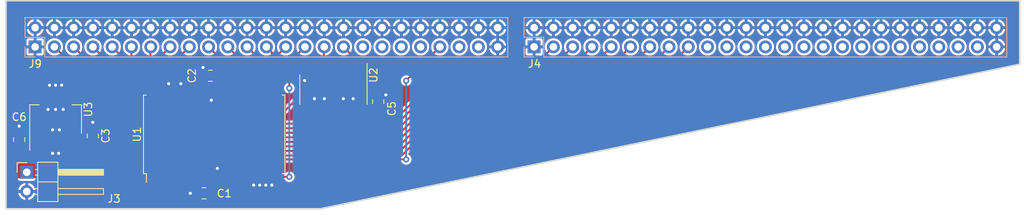
<source format=kicad_pcb>
(kicad_pcb (version 20221018) (generator pcbnew)

  (general
    (thickness 1.6)
  )

  (paper "A4")
  (layers
    (0 "F.Cu" signal)
    (31 "B.Cu" signal)
    (32 "B.Adhes" user "B.Adhesive")
    (33 "F.Adhes" user "F.Adhesive")
    (34 "B.Paste" user)
    (35 "F.Paste" user)
    (36 "B.SilkS" user "B.Silkscreen")
    (37 "F.SilkS" user "F.Silkscreen")
    (38 "B.Mask" user)
    (39 "F.Mask" user)
    (40 "Dwgs.User" user "User.Drawings")
    (41 "Cmts.User" user "User.Comments")
    (42 "Eco1.User" user "User.Eco1")
    (43 "Eco2.User" user "User.Eco2")
    (44 "Edge.Cuts" user)
    (45 "Margin" user)
    (46 "B.CrtYd" user "B.Courtyard")
    (47 "F.CrtYd" user "F.Courtyard")
    (48 "B.Fab" user)
    (49 "F.Fab" user)
    (50 "User.1" user)
    (51 "User.2" user)
    (52 "User.3" user)
    (53 "User.4" user)
    (54 "User.5" user)
    (55 "User.6" user)
    (56 "User.7" user)
    (57 "User.8" user)
    (58 "User.9" user)
  )

  (setup
    (pad_to_mask_clearance 0)
    (pcbplotparams
      (layerselection 0x00010fc_ffffffff)
      (plot_on_all_layers_selection 0x0000000_00000000)
      (disableapertmacros false)
      (usegerberextensions false)
      (usegerberattributes true)
      (usegerberadvancedattributes true)
      (creategerberjobfile true)
      (dashed_line_dash_ratio 12.000000)
      (dashed_line_gap_ratio 3.000000)
      (svgprecision 4)
      (plotframeref false)
      (viasonmask false)
      (mode 1)
      (useauxorigin false)
      (hpglpennumber 1)
      (hpglpenspeed 20)
      (hpglpendiameter 15.000000)
      (dxfpolygonmode true)
      (dxfimperialunits true)
      (dxfusepcbnewfont true)
      (psnegative false)
      (psa4output false)
      (plotreference true)
      (plotvalue true)
      (plotinvisibletext false)
      (sketchpadsonfab false)
      (subtractmaskfromsilk false)
      (outputformat 1)
      (mirror false)
      (drillshape 1)
      (scaleselection 1)
      (outputdirectory "")
    )
  )

  (net 0 "")
  (net 1 "+5V")
  (net 2 "GND")
  (net 3 "/BD0")
  (net 4 "/BD1")
  (net 5 "/BD2")
  (net 6 "/BD3")
  (net 7 "/BD4")
  (net 8 "/BD5")
  (net 9 "/BD6")
  (net 10 "/BD7")
  (net 11 "/~{SEL2}")
  (net 12 "/~{SEL3}")
  (net 13 "/~{SEL4}")
  (net 14 "/~{SEL5}")
  (net 15 "/~{SEL6}")
  (net 16 "/~{SEL7}")
  (net 17 "/~{SEL8}")
  (net 18 "/~{SEL9}")
  (net 19 "/~{SELA}")
  (net 20 "/~{SELB}")
  (net 21 "/~{RESET}")
  (net 22 "/READY")
  (net 23 "/~{NMI}")
  (net 24 "/BA0")
  (net 25 "/BA1")
  (net 26 "unconnected-(U1-DQ8-Pad29)")
  (net 27 "unconnected-(U1-DQ9-Pad30)")
  (net 28 "unconnected-(U1-DQ10-Pad31)")
  (net 29 "unconnected-(U1-DQ11-Pad32)")
  (net 30 "unconnected-(U1-DQ12-Pad35)")
  (net 31 "unconnected-(U1-DQ13-Pad36)")
  (net 32 "unconnected-(U1-DQ14-Pad37)")
  (net 33 "unconnected-(U1-DQ15-Pad38)")
  (net 34 "/BA2")
  (net 35 "/BA3")
  (net 36 "/BA4")
  (net 37 "/BA5")
  (net 38 "/BA6")
  (net 39 "/BA7")
  (net 40 "/BA8")
  (net 41 "/BA9")
  (net 42 "/BA10")
  (net 43 "/BA11")
  (net 44 "/BA12")
  (net 45 "/BA13")
  (net 46 "/BA14")
  (net 47 "/BA15")
  (net 48 "/SYNC")
  (net 49 "/~{IRQ}")
  (net 50 "/CPHI2")
  (net 51 "/BR{slash}W")
  (net 52 "/~{BR{slash}W}")
  (net 53 "Net-(U2-Pad3)")
  (net 54 "unconnected-(U2-Pad8)")
  (net 55 "unconnected-(U2-Pad11)")
  (net 56 "unconnected-(J4-Pin_39-Pad39)")
  (net 57 "unconnected-(J9-Pin_39-Pad39)")
  (net 58 "/~{CE}")
  (net 59 "unconnected-(U1-NC-Pad28)")
  (net 60 "unconnected-(J4-Pin_41-Pad41)")
  (net 61 "unconnected-(J9-Pin_47-Pad47)")
  (net 62 "+9V")

  (footprint "Package_SO:SOIC-14_3.9x8.7mm_P1.27mm" (layer "F.Cu") (at 122.916 81.681 -90))

  (footprint "Capacitor_SMD:C_0805_2012Metric" (layer "F.Cu") (at 106.688 79.85))

  (footprint "Package_SO:TSOP-II-44_10.16x18.41mm_P0.8mm" (layer "F.Cu") (at 107.196 87.597 90))

  (footprint "Capacitor_SMD:C_0805_2012Metric" (layer "F.Cu") (at 91.2 87.8 -90))

  (footprint "Connector_PinHeader_2.54mm:PinHeader_1x02_P2.54mm_Horizontal" (layer "F.Cu") (at 82.5 92.6))

  (footprint "Capacitor_SMD:C_0805_2012Metric" (layer "F.Cu") (at 128.816 83.281 90))

  (footprint "Capacitor_SMD:C_0805_2012Metric" (layer "F.Cu") (at 81.5 88.3 -90))

  (footprint "Package_TO_SOT_SMD:SOT-223-3_TabPin2" (layer "F.Cu") (at 86.3 85.6 90))

  (footprint "Capacitor_SMD:C_0805_2012Metric" (layer "F.Cu") (at 105.85 95.381 180))

  (footprint "Connector_PinSocket_2.54mm:PinSocket_2x25_P2.54mm_Vertical" (layer "B.Cu") (at 83.6 76.04 -90))

  (footprint "Connector_PinSocket_2.54mm:PinSocket_2x25_P2.54mm_Vertical" (layer "B.Cu") (at 149.36 76.04 -90))

  (gr_poly
    (pts
      (xy 79.764 69.944)
      (xy 79.764 97.424)
      (xy 121.166 97.424)
      (xy 213.368 78.326)
      (xy 213.368 69.944)
    )

    (stroke (width 0.2) (type solid)) (fill none) (layer "Edge.Cuts") (tstamp 0dd3ab04-e666-4b66-af39-8505a82aff56))

  (segment (start 107.596 93.1845) (end 107.596 92.101) (width 0.25) (layer "F.Cu") (net 2) (tstamp 07959380-490d-4765-9a05-ef0e1cb91bea))
  (segment (start 112.396 94.296) (end 112.4 94.3) (width 0.25) (layer "F.Cu") (net 2) (tstamp 08807474-e7c1-49a5-9e4e-2508da834623))
  (segment (start 86.3 82.45) (end 85.5 81.65) (width 0.25) (layer "F.Cu") (net 2) (tstamp 16e8bad5-3848-4a45-94c6-1c5b1dd03c33))
  (segment (start 85.5 81.65) (end 85.5 81.1) (width 0.25) (layer "F.Cu") (net 2) (tstamp 171c19a6-1b21-4b33-bd68-07b194de1a05))
  (segment (start 124.186 82.911) (end 124.216 82.881) (width 0.25) (layer "F.Cu") (net 2) (tstamp 29a960df-5589-4216-9900-f0a31336d429))
  (segment (start 119.106 80.471) (end 119.116 80.481) (width 0.25) (layer "F.Cu") (net 2) (tstamp 2ff5594f-6df5-4573-b339-20e17c633283))
  (segment (start 114.796 93.1845) (end 114.796 94.296) (width 0.25) (layer "F.Cu") (net 2) (tstamp 300d12ca-561e-4af3-9893-506c30d6fa73))
  (segment (start 113.196 93.1845) (end 113.196 94.296) (width 0.25) (layer "F.Cu") (net 2) (tstamp 30544b90-3a97-41fa-ae33-814923f48fd7))
  (segment (start 112.396 93.1845) (end 112.396 94.296) (width 0.25) (layer "F.Cu") (net 2) (tstamp 36dd4f9d-3dc1-431c-b278-09680cf23ba0))
  (segment (start 114.796 94.296) (end 114.8 94.3) (width 0.25) (layer "F.Cu") (net 2) (tstamp 37da5288-ae77-4762-b607-1a5cb08f00a1))
  (segment (start 107.596 92.101) (end 107.616 92.081) (width 0.25) (layer "F.Cu") (net 2) (tstamp 43e35823-321c-40fd-a132-c4763f48c677))
  (segment (start 106.796 83.061) (end 106.816 83.081) (width 0.25) (layer "F.Cu") (net 2) (tstamp 491517ac-266f-4813-94f8-4266031cabd3))
  (segment (start 86.3 82.45) (end 87.1 81.65) (width 0.25) (layer "F.Cu") (net 2) (tstamp 4b0ec2b7-0b6c-4c23-923b-f45578036786))
  (segment (start 86.7 89.15) (end 86.7 90.1) (width 0.25) (layer "F.Cu") (net 2) (tstamp 571087c3-7ff3-4180-be53-601c3f17111c))
  (segment (start 91.2 86.85) (end 91.2 86) (width 0.25) (layer "F.Cu") (net 2) (tstamp 58834d88-66b5-41db-87fd-57561fb8b823))
  (segment (start 105.738 78.773) (end 105.7228 78.7578) (width 0.25) (layer "F.Cu") (net 2) (tstamp 5b3ed432-088a-4639-b5de-e63a23b83b21))
  (segment (start 125.456 82.941) (end 125.516 82.881) (width 0.25) (layer "F.Cu") (net 2) (tstamp 748e5317-0bf7-47f3-b8b2-e61107fa5c5b))
  (segment (start 81.5 87.35) (end 81.5 86.5) (width 0.25) (layer "F.Cu") (net 2) (tstamp 76e154ba-3b04-4333-839f-a9a95ec1ecc2))
  (segment (start 87.1 81.65) (end 87.1 81.1) (width 0.25) (layer "F.Cu") (net 2) (tstamp 7cc2cf63-3728-43de-89f7-25401b18fcfe))
  (segment (start 86.3 88.75) (end 85.9 89.15) (width 0.25) (layer "F.Cu") (net 2) (tstamp 80788db4-7282-47c9-bdc7-421e02076e90))
  (segment (start 120.376 82.921) (end 120.416 82.881) (width 0.25) (layer "F.Cu") (net 2) (tstamp 81f7ecad-2cc9-41f0-abb2-2b174a3612a9))
  (segment (start 85.9 89.15) (end 85.9 90.1) (width 0.25) (layer "F.Cu") (net 2) (tstamp 86b03c27-09bb-4609-b1de-33ef174fca88))
  (segment (start 105.738 79.85) (end 105.738 78.773) (width 0.25) (layer "F.Cu") (net 2) (tstamp 89fbee2a-e974-4a30-bb85-9e4216371d56))
  (segment (start 104.9 95.381) (end 104.05 95.381) (width 0.25) (layer "F.Cu") (net 2) (tstamp 91dc1fcf-d1f2-4030-817c-933dab34b8ac))
  (segment (start 120.376 84.156) (end 120.376 82.921) (width 0.25) (layer "F.Cu") (net 2) (tstamp 9568c8d0-1393-40ba-937f-2e18278ee0f7))
  (segment (start 113.196 94.296) (end 113.2 94.3) (width 0.25) (layer "F.Cu") (net 2) (tstamp 9ffd6b9f-62f8-41db-abbb-e28e27464339))
  (segment (start 121.646 84.156) (end 121.646 82.951) (width 0.25) (layer "F.Cu") (net 2) (tstamp a2080f11-3583-41b9-a258-597bcfb5cf0d))
  (segment (start 113.996 94.296) (end 114 94.3) (width 0.25) (layer "F.Cu") (net 2) (tstamp b154d100-b12b-4ff2-a5ef-13289535d0b0))
  (segment (start 125.456 84.156) (end 125.456 82.941) (width 0.25) (layer "F.Cu") (net 2) (tstamp b8ac0e62-2240-4e86-9589-937b1de6d261))
  (segment (start 86.3 82.45) (end 86.3 81.1) (width 0.25) (layer "F.Cu") (net 2) (tstamp c1be0dd7-c97d-43d6-8e56-3d64059eb706))
  (segment (start 129.766 82.331) (end 129.816 82.381) (width 0.25) (layer "F.Cu") (net 2) (tstamp c693dcdd-a6ff-4400-bfc5-2cb99b1855ce))
  (segment (start 128.816 82.331) (end 129.766 82.331) (width 0.25) (layer "F.Cu") (net 2) (tstamp c9edef5f-3cf9-4b17-a072-e649fbf8df41))
  (segment (start 101.196 82.0095) (end 101.196 80.904) (width 0.25) (layer "F.Cu") (net 2) (tstamp cedeb06b-0d89-49a9-adb9-61c74f3a6cef))
  (segment (start 102.796 82.0095) (end 102.796 80.904) (width 0.25) (layer "F.Cu") (net 2) (tstamp e5ccef87-887a-4b5f-85e8-c91e4189455e))
  (segment (start 86.3 88.75) (end 86.7 89.15) (width 0.25) (layer "F.Cu") (net 2) (tstamp e9c80eff-c116-45af-860a-b2130afaedf7))
  (segment (start 102.796 80.904) (end 102.8 80.9) (width 0.25) (layer "F.Cu") (net 2) (tstamp e9fa6882-e9ea-4138-a379-ac69489c90cc))
  (segment (start 121.646 82.951) (end 121.716 82.881) (width 0.25) (layer "F.Cu") (net 2) (tstamp f2921382-567b-4891-b547-0c5da97f9b6a))
  (segment (start 101.196 80.904) (end 101.2 80.9) (width 0.25) (layer "F.Cu") (net 2) (tstamp f7ab5a3f-6be4-4806-a93f-3356db4205db))
  (segment (start 106.796 82.0095) (end 106.796 83.061) (width 0.25) (layer "F.Cu") (net 2) (tstamp f9c3b62e-bb0b-4a09-ab5e-ecccd11b8284))
  (segment (start 124.186 84.156) (end 124.186 82.911) (width 0.25) (layer "F.Cu") (net 2) (tstamp fa1fdcff-3d59-40bc-8ce5-61dd4fa38791))
  (segment (start 119.106 79.206) (end 119.106 80.471) (width 0.25) (layer "F.Cu") (net 2) (tstamp fd1a3163-4363-413a-b41e-7d1f7b0a0151))
  (segment (start 113.996 93.1845) (end 113.996 94.296) (width 0.25) (layer "F.Cu") (net 2) (tstamp fd2846ee-2994-4ede-abc5-a03c8544ddb2))
  (via (at 121.716 82.881) (size 0.8) (drill 0.4) (layers "F.Cu" "B.Cu") (net 2) (tstamp 05bf502a-2cdb-4351-b88d-aac75c825689))
  (via (at 125.516 82.881) (size 0.8) (drill 0.4) (layers "F.Cu" "B.Cu") (net 2) (tstamp 068804e1-54e3-4eee-a5b3-917651701cea))
  (via (at 106.816 83.081) (size 0.8) (drill 0.4) (layers "F.Cu" "B.Cu") (net 2) (tstamp 092afaa8-c5c9-43af-a0f1-acbf8f46f1e1))
  (via (at 86.7 90.1) (size 0.8) (drill 0.4) (layers "F.Cu" "B.Cu") (net 2) (tstamp 1f13b74b-3f8b-4304-b8f4-dee52f8eb01f))
  (via (at 119.116 80.481) (size 0.8) (drill 0.4) (layers "F.Cu" "B.Cu") (net 2) (tstamp 20e26e00-8e80-4e3f-8bee-8e2a1ec9ab84))
  (via (at 102.8 80.9) (size 0.8) (drill 0.4) (layers "F.Cu" "B.Cu") (net 2) (tstamp 33b446b6-9a7c-44db-85f8-ca1bd118e005))
  (via (at 104.05 95.381) (size 0.8) (drill 0.4) (layers "F.Cu" "B.Cu") (net 2) (tstamp 36b35d94-1dd0-4bbe-90e8-d7fdbbe476e0))
  (via (at 87.3 84.3) (size 0.8) (drill 0.4) (layers "F.Cu" "B.Cu") (net 2) (tstamp 39f65fcf-4a35-480a-a602-c08727a1962a))
  (via (at 86.8 87) (size 0.8) (drill 0.4) (layers "F.Cu" "B.Cu") (net 2) (tstamp 3e29629e-694e-4873-a5c9-730d2ea43882))
  (via (at 85.9 90.1) (size 0.8) (drill 0.4) (layers "F.Cu" "B.Cu") (net 2) (tstamp 586f8a65-5f0c-46c0-836f-16da56fb3c78))
  (via (at 87.1 81.1) (size 0.8) (drill 0.4) (layers "F.Cu" "B.Cu") (net 2) (tstamp 67cc8654-a4c3-4d96-9188-80b57085f6ab))
  (via (at 120.416 82.881) (size 0.8) (drill 0.4) (layers "F.Cu" "B.Cu") (net 2) (tstamp 6ba3d67c-fbcc-4fb0-b8f8-f861bb1a1080))
  (via (at 114 94.3) (size 0.8) (drill 0.4) (layers "F.Cu" "B.Cu") (net 2) (tstamp 701c2e3f-5982-4776-bd48-1e88e3aa0fba))
  (via (at 129.816 82.381) (size 0.8) (drill 0.4) (layers "F.Cu" "B.Cu") (net 2) (tstamp 7bf39abf-02b0-448a-b9a1-cd3a31faee15))
  (via (at 91.2 86) (size 0.8) (drill 0.4) (layers "F.Cu" "B.Cu") (net 2) (tstamp 841e2c22-64c6-435d-8fba-6423a1f39ce1))
  (via (at 86.3 84.3) (size 0.8) (drill 0.4) (layers "F.Cu" "B.Cu") (net 2) (tstamp 93198451-24b4-4d31-b249-4a109084a83f))
  (via (at 113.2 94.3) (size 0.8) (drill 0.4) (layers "F.Cu" "B.Cu") (net 2) (tstamp 9774e372-26ea-4de6-bdb3-1eede4602a36))
  (via (at 81.5 86.5) (size 0.8) (drill 0.4) (layers "F.Cu" "B.Cu") (net 2) (tstamp a72557c6-9124-4951-a88f-2f128aaf1f85))
  (via (at 114.8 94.3) (size 0.8) (drill 0.4) (layers "F.Cu" "B.Cu") (net 2) (tstamp a9203227-6232-4df6-abc2-a159a6dcc595))
  (via (at 85.3 84.3) (size 0.8) (drill 0.4) (layers "F.Cu" "B.Cu") (net 2) (tstamp c25dc161-cd35-4736-9016-085c0e23ea01))
  (via (at 107.616 92.081) (size 0.8) (drill 0.4) (layers "F.Cu" "B.Cu") (net 2) (tstamp c318be4b-6d71-4032-83c7-dcf990ed960e))
  (via (at 124.216 82.881) (size 0.8) (drill 0.4) (layers "F.Cu" "B.Cu") (net 2) (tstamp cc9453da-b267-40b4-a368-c621e5521123))
  (via (at 85.9 87) (size 0.8) (drill 0.4) (layers "F.Cu" "B.Cu") (net 2) (tstamp e590ef02-3c25-4e75-8a32-c03d72708145))
  (via (at 86.3 81.1) (size 0.8) (drill 0.4) (layers "F.Cu" "B.Cu") (net 2) (tstamp e5a27227-75b0-4094-a626-e0cba6adc70f))
  (via (at 112.4 94.3) (size 0.8) (drill 0.4) (layers "F.Cu" "B.Cu") (net 2) (tstamp edd92d93-a8ff-4c2f-bec4-673ffa7baaf0))
  (via (at 85.5 81.1) (size 0.8) (drill 0.4) (layers "F.Cu" "B.Cu") (net 2) (tstamp edfb621b-86a5-48bb-8733-4610a17df295))
  (via (at 105.7228 78.7578) (size 0.8) (drill 0.4) (layers "F.Cu" "B.Cu") (net 2) (tstamp efa4ce6e-6701-479c-a243-960bd52bf53b))
  (via (at 101.2 80.9) (size 0.8) (drill 0.4) (layers "F.Cu" "B.Cu") (net 2) (tstamp f1b355b1-8817-4340-b179-f2fac8f93657))
  (segment (start 130.519 86.181) (end 137.13 79.57) (width 0.25) (layer "F.Cu") (net 3) (tstamp 0b0fa899-552d-4942-8315-b9706cf3a821))
  (segment (start 103.596 93.1845) (end 103.596 92.201) (width 0.25) (layer "F.Cu") (net 3) (tstamp 3d6a8dd4-bd24-4610-96a3-05b6d5534f6b))
  (segment (start 148.37 79.57) (end 151.9 76.04) (width 0.25) (layer "F.Cu") (net 3) (tstamp 8892eb4a-ef85-4f8e-a661-3dddec3bd36b))
  (segment (start 137.13 79.57) (end 148.37 79.57) (width 0.25) (layer "F.Cu") (net 3) (tstamp be04299e-b65a-44fa-98a4-dd9928748804))
  (segment (start 103.596 92.201) (end 109.616 86.181) (width 0.25) (layer "F.Cu") (net 3) (tstamp de641772-5a1c-4e36-9db1-bdf58915c053))
  (segment (start 109.616 86.181) (end 130.519 86.181) (width 0.25) (layer "F.Cu") (net 3) (tstamp fb311a1f-3fcb-4de1-a8ed-6d52795b2fde))
  (segment (start 150.34 80.14) (end 154.44 76.04) (width 0.25) (layer "F.Cu") (net 4) (tstamp 00fc5c42-9154-46af-a5c1-1c9889e8e25c))
  (segment (start 130.719 86.781) (end 137.36 80.14) (width 0.25) (layer "F.Cu") (net 4) (tstamp 2dfe4c0f-2e65-4f0d-aebb-7732674b3044))
  (segment (start 104.396 92.301) (end 109.916 86.781) (width 0.25) (layer "F.Cu") (net 4) (tstamp 96a11b90-c74a-4cf2-84a5-ef7b07f141bd))
  (segment (start 104.396 93.1845) (end 104.396 92.301) (width 0.25) (layer "F.Cu") (net 4) (tstamp a3f5f9f3-971f-4e07-bc55-1d0140a3327f))
  (segment (start 109.916 86.781) (end 130.719 86.781) (width 0.25) (layer "F.Cu") (net 4) (tstamp f4779586-f387-4709-9c83-c26512829f06))
  (segment (start 137.36 80.14) (end 150.34 80.14) (width 0.25) (layer "F.Cu") (net 4) (tstamp ff047ef4-00d1-4492-b199-70e51cf6156a))
  (segment (start 152.31 80.71) (end 156.98 76.04) (width 0.25) (layer "F.Cu") (net 5) (tstamp 1831ac61-711b-47aa-8d5f-50bed517adfd))
  (segment (start 105.196 93.1845) (end 105.196 92.301) (width 0.25) (layer "F.Cu") (net 5) (tstamp 6ca47237-a652-46ae-b059-8353e41da602))
  (segment (start 130.919 87.381) (end 137.59 80.71) (width 0.25) (layer "F.Cu") (net 5) (tstamp 716813bf-23ec-477c-936e-332e735e4f5c))
  (segment (start 137.59 80.71) (end 152.31 80.71) (width 0.25) (layer "F.Cu") (net 5) (tstamp 777a63ce-2f3b-443f-b3a1-ee5cccf9b096))
  (segment (start 110.116 87.381) (end 130.919 87.381) (width 0.25) (layer "F.Cu") (net 5) (tstamp c55f7ab7-a7ec-41f0-b0bb-0e71ce691378))
  (segment (start 105.196 92.301) (end 110.116 87.381) (width 0.25) (layer "F.Cu") (net 5) (tstamp debb14ce-5b30-4f21-a48f-c7c1a10d0f27))
  (segment (start 105.996 92.301) (end 110.316 87.981) (width 0.25) (layer "F.Cu") (net 6) (tstamp 3dd06e9d-94f3-467a-87db-a735affea5a1))
  (segment (start 137.82 81.28) (end 154.28 81.28) (width 0.25) (layer "F.Cu") (net 6) (tstamp 41c03eed-a0e3-46a5-8798-9a46e105a7c9))
  (segment (start 131.119 87.981) (end 137.82 81.28) (width 0.25) (layer "F.Cu") (net 6) (tstamp 486fea8d-f871-4f8d-b962-b2ee695a820d))
  (segment (start 110.316 87.981) (end 131.119 87.981) (width 0.25) (layer "F.Cu") (net 6) (tstamp ddcd724b-d9ea-41c2-a9cb-5131f55921dd))
  (segment (start 154.28 81.28) (end 159.52 76.04) (width 0.25) (layer "F.Cu") (net 6) (tstamp f256fe2a-df4a-45d5-baa6-09950e48545b))
  (segment (start 105.996 93.1845) (end 105.996 92.301) (width 0.25) (layer "F.Cu") (net 6) (tstamp f8710b77-ad27-4818-9c1d-0fb8d444e9ef))
  (segment (start 112.116 88.581) (end 131.319 88.581) (width 0.25) (layer "F.Cu") (net 7) (tstamp 1322d8bd-8755-4a86-931b-3ba6fc2ea006))
  (segment (start 108.396 93.1845) (end 108.396 92.301) (width 0.25) (layer "F.Cu") (net 7) (tstamp 32ba48e8-8998-47b8-ae31-bc7808c4fb39))
  (segment (start 156.25 81.85) (end 162.06 76.04) (width 0.25) (layer "F.Cu") (net 7) (tstamp 5b54ca1a-6294-42b3-84c1-1e6927d5779d))
  (segment (start 138.05 81.85) (end 156.25 81.85) (width 0.25) (layer "F.Cu") (net 7) (tstamp 7b48db21-e9d8-4530-b3a6-b1b1c982a727))
  (segment (start 108.396 92.301) (end 112.116 88.581) (width 0.25) (layer "F.Cu") (net 7) (tstamp 7be557da-cc4d-4b7c-b1cc-05cd260654fd))
  (segment (start 131.319 88.581) (end 138.05 81.85) (width 0.25) (layer "F.Cu") (net 7) (tstamp a5ad80ca-bdce-4b2b-b8df-8093533cae70))
  (segment (start 112.316 89.181) (end 131.519 89.181) (width 0.25) (layer "F.Cu") (net 8) (tstamp 0821a9e0-88da-4847-92b3-20ec48e9bd43))
  (segment (start 131.519 89.181) (end 138.28 82.42) (width 0.25) (layer "F.Cu") (net 8) (tstamp 1475a68b-a42e-4ad1-87b3-6f0327f91d19))
  (segment (start 158.22 82.42) (end 164.6 76.04) (width 0.25) (layer "F.Cu") (net 8) (tstamp 2ac2f5a1-7352-4372-b750-62428e67d914))
  (segment (start 109.196 92.301) (end 112.316 89.181) (width 0.25) (layer "F.Cu") (net 8) (tstamp 9a9e3e46-36bf-42bc-8ad5-c8ef0865b384))
  (segment (start 138.28 82.42) (end 158.22 82.42) (width 0.25) (layer "F.Cu") (net 8) (tstamp b6da5d7f-bde6-41ff-8fc6-c8cb877db8c4))
  (segment (start 109.196 93.1845) (end 109.196 92.301) (width 0.25) (layer "F.Cu") (net 8) (tstamp c10e3e0b-7ea7-46d0-9c07-305025a56c85))
  (segment (start 109.996 93.1845) (end 109.996 92.301) (width 0.25) (layer "F.Cu") (net 9) (tstamp 0b3c807b-bb80-44cc-a176-47af1002e37e))
  (segment (start 160.19 82.99) (end 167.14 76.04) (width 0.25) (layer "F.Cu") (net 9) (tstamp 49fe347d-c47e-483a-b075-28737c4c4641))
  (segment (start 138.51 82.99) (end 160.19 82.99) (width 0.25) (layer "F.Cu") (net 9) (tstamp 513634e4-e987-4a9e-96d7-af306ee950d1))
  (segment (start 112.516 89.781) (end 131.719 89.781) (width 0.25) (layer "F.Cu") (net 9) (tstamp a0b2dc55-c48d-4f05-9c04-6f8a0556b628))
  (segment (start 131.719 89.781) (end 138.51 82.99) (width 0.25) (layer "F.Cu") (net 9) (tstamp d0d21bcc-193d-4aac-b826-3ce641d9cf67))
  (segment (start 109.996 92.301) (end 112.516 89.781) (width 0.25) (layer "F.Cu") (net 9) (tstamp d9463191-09b6-4448-a8a0-c7e5d01e3aed))
  (segment (start 138.74 83.56) (end 162.16 83.56) (width 0.25) (layer "F.Cu") (net 10) (tstamp 10d08d97-7fbe-4e30-a811-4cfb8313a4ea))
  (segment (start 110.796 92.301) (end 112.716 90.381) (width 0.25) (layer "F.Cu") (net 10) (tstamp 16976f6c-8db7-4c5a-a76f-1623f51e0314))
  (segment (start 131.919 90.381) (end 138.74 83.56) (width 0.25) (layer "F.Cu") (net 10) (tstamp 1edab49f-5b88-409a-ba4b-4142b09e2867))
  (segment (start 162.16 83.56) (end 169.68 76.04) (width 0.25) (layer "F.Cu") (net 10) (tstamp 6b8de061-b08d-42bc-9c1b-b59b59ee22c6))
  (segment (start 112.716 90.381) (end 131.919 90.381) (width 0.25) (layer "F.Cu") (net 10) (tstamp a84cdfdd-d71b-4769-84a6-1acb3eeceb01))
  (segment (start 110.796 93.1845) (end 110.796 92.301) (width 0.25) (layer "F.Cu") (net 10) (tstamp e6e570c3-d441-4791-a1f5-e43fc2c5c01e))
  (segment (start 94 83.9) (end 86.14 76.04) (width 0.25) (layer "F.Cu") (net 24) (tstamp 2158f3aa-6b59-4bbd-bd81-a2f4ca15d7af))
  (segment (start 99.9 96) (end 97.4 96) (width 0.25) (layer "F.Cu") (net 24) (tstamp 93b542e5-b540-417a-81b8-38483b5b5c02))
  (segment (start 101.996 93.904) (end 99.9 96) (width 0.25) (layer "F.Cu") (net 24) (tstamp a14c1f3d-82ec-4bf2-a804-520dcdf56ded))
  (segment (start 101.996 93.1845) (end 101.996 93.904) (width 0.25) (layer "F.Cu") (net 24) (tstamp bd392822-0bb3-4054-a39e-3364d9b5c783))
  (segment (start 97.4 96) (end 94 92.6) (width 0.25) (layer "F.Cu") (net 24) (tstamp ee3f8cce-09f3-4620-8d8f-5f3304f26f88))
  (segment (start 94 92.6) (end 94 83.9) (width 0.25) (layer "F.Cu") (net 24) (tstamp f8de9e23-b9db-4844-9c77-d4d2e41c03d5))
  (segment (start 94.5 92.4) (end 94.5 81.86) (width 0.25) (layer "F.Cu") (net 25) (tstamp 937ed2d5-94b3-46f9-a49e-50859c5b6fd0))
  (segment (start 99.7 95.5) (end 97.6 95.5) (width 0.25) (layer "F.Cu") (net 25) (tstamp 9d27d0a1-0cf9-4258-8aa3-c3edf3884432))
  (segment (start 94.5 81.86) (end 88.68 76.04) (width 0.25) (layer "F.Cu") (net 25) (tstamp b86101ad-553e-4caf-88bf-7d5536783fff))
  (segment (start 101.196 94.004) (end 99.7 95.5) (width 0.25) (layer "F.Cu") (net 25) (tstamp bb43f4d9-b98a-4c5f-b99c-49fa12ea6192))
  (segment (start 101.196 93.1845) (end 101.196 94.004) (width 0.25) (layer "F.Cu") (net 25) (tstamp f168a2a8-1b89-4ada-addc-1cc429e76dd8))
  (segment (start 97.6 95.5) (end 94.5 92.4) (width 0.25) (layer "F.Cu") (net 25) (tstamp f4523f27-55b7-43f3-b57d-e2a4dd29aa91))
  (segment (start 97.9 95) (end 95.1 92.2) (width 0.25) (layer "F.Cu") (net 34) (tstamp 2096405e-faf5-47f3-af2d-905c620c2406))
  (segment (start 100.396 94.104) (end 99.5 95) (width 0.25) (layer "F.Cu") (net 34) (tstamp 395000c7-887a-4874-865f-1bd861bd4f91))
  (segment (start 100.396 93.1845) (end 100.396 94.104) (width 0.25) (layer "F.Cu") (net 34) (tstamp 40c9daf0-f921-4faa-9e7b-a178736c1408))
  (segment (start 99.5 95) (end 97.9 95) (width 0.25) (layer "F.Cu") (net 34) (tstamp 45d835cd-c2d8-4fe6-9e89-fab563983713))
  (segment (start 95.1 79.92) (end 91.22 76.04) (width 0.25) (layer "F.Cu") (net 34) (tstamp 55dc35e0-c452-42a3-97ac-f63ed1a7a2ef))
  (segment (start 95.1 92.2) (end 95.1 79.92) (width 0.25) (layer "F.Cu") (net 34) (tstamp f4978517-aecb-4892-b5b6-87115f24498a))
  (segment (start 95.7 92) (end 95.7 77.98) (width 0.25) (layer "F.Cu") (net 35) (tstamp 33f16896-c8ce-423b-996d-c3e76cba8150))
  (segment (start 99.596 94.104) (end 99.2 94.5) (width 0.25) (layer "F.Cu") (net 35) (tstamp 4b7c3cae-c07d-4a6d-9dc2-3cddb0d965d2))
  (segment (start 95.7 77.98) (end 93.76 76.04) (width 0.25) (layer "F.Cu") (net 35) (tstamp 572742ca-8bd6-488c-b1c5-ec719b45bdba))
  (segment (start 99.2 94.5) (end 98.2 94.5) (width 0.25) (layer "F.Cu") (net 35) (tstamp 6c88890f-8b40-4641-b5c3-ba76d54f2013))
  (segment (start 99.596 93.1845) (end 99.596 94.104) (width 0.25) (layer "F.Cu") (net 35) (tstamp b9568e92-6878-4611-be3a-eac6de761b11))
  (segment (start 98.2 94.5) (end 95.7 92) (width 0.25) (layer "F.Cu") (net 35) (tstamp f65ea9c8-3da4-4e37-a8c9-40c8d08bae66))
  (segment (start 96.3 91.7886) (end 97.6959 93.1845) (width 0.25) (layer "F.Cu") (net 36) (tstamp 0216bb6a-0385-479a-9a7a-50282f1cb172))
  (segment (start 97.6959 93.1845) (end 98.796 93.1845) (width 0.25) (layer "F.Cu") (net 36) (tstamp 3df4ffa7-b5a5-4772-bbe7-51d788f0acfe))
  (segment (start 96.3 76.04) (end 96.3 91.7886) (width 0.25) (layer "F.Cu") (net 36) (tstamp 5282b8c2-a763-4e81-a3e0-6fca4685a9e7))
  (segment (start 98.796 76.084) (end 98.84 76.04) (width 0.25) (layer "F.Cu") (net 37) (tstamp 53207e12-9343-49f4-930b-bb2b7df12dbb))
  (segment (start 98.796 82.0095) (end 98.796 76.084) (width 0.25) (layer "F.Cu") (net 37) (tstamp 7f75cb6d-44f0-442e-a3ae-2376b716be5a))
  (segment (start 99.596 77.824) (end 101.38 76.04) (width 0.25) (layer "F.Cu") (net 38) (tstamp 649a7ece-5375-4ecc-9f78-ea0716104b11))
  (segment (start 99.596 82.0095) (end 99.596 77.824) (width 0.25) (layer "F.Cu") (net 38) (tstamp c12c0dcf-e965-4551-a44b-0ed562e9530c))
  (segment (start 100.396 82.0095) (end 100.396 79.564) (width 0.25) (layer "F.Cu") (net 39) (tstamp 26b9adec-8108-4e7c-b07e-791182c70f29))
  (segment (start 100.396 79.564) (end 103.92 76.04) (width 0.25) (layer "F.Cu") (net 39) (tstamp 88cd78fa-9fa7-4ccc-967f-9ed1040f407b))
  (segment (start 107.9075 77.4875) (end 106.46 76.04) (width 0.25) (layer "F.Cu") (net 40) (tstamp 73276e4f-527c-4faf-8611-65907a9efd4a))
  (segment (start 112.396 82.0095) (end 112.396 80.986) (width 0.25) (layer "F.Cu") (net 40) (tstamp 8b5c0527-1242-4ada-9981-6247682b07d2))
  (segment (start 112.396 80.986) (end 108.8975 77.4875) (width 0.25) (layer "F.Cu") (net 40) (tstamp 8efed8c9-724a-4f57-8f4a-2741ab69b535))
  (segment (start 108.8975 77.4875) (end 107.9075 77.4875) (width 0.25) (layer "F.Cu") (net 40) (tstamp a050e418-0c91-47c6-8b9d-e56fa75c94cc))
  (segment (start 113.196 82.0095) (end 113.196 80.236) (width 0.25) (layer "F.Cu") (net 41) (tstamp d67f705f-f534-482d-8580-135a0d98e5d0))
  (segment (start 113.196 80.236) (end 109 76.04) (width 0.25) (layer "F.Cu") (net 41) (tstamp fca5fcec-f030-47e9-a5ec-46f8ff01d8d9))
  (segment (start 113.996 78.496) (end 111.54 76.04) (width 0.25) (layer "F.Cu") (net 42) (tstamp 07ba3c6b-bec3-4a5b-a612-267df0f6d1f9))
  (segment (start 113.996 82.0095) (end 113.996 78.496) (width 0.25) (layer "F.Cu") (net 42) (tstamp d2062e01-7fa1-4911-8717-c1e7d8aa3758))
  (segment (start 114.796 82.0095) (end 114.796 76.756) (width 0.25) (layer "F.Cu") (net 43) (tstamp 472eb010-a0e0-48ae-8aac-83805967bd7e))
  (segment (start 114.796 76.756) (end 114.08 76.04) (width 0.25) (layer "F.Cu") (net 43) (tstamp b8ef2ac9-29fe-44e8-8d0d-ce41caaf5fe6))
  (segment (start 115.596 77.064) (end 116.62 76.04) (width 0.25) (layer "F.Cu") (net 44) (tstamp 28347a68-1185-4082-a09c-43244a2c6f56))
  (segment (start 115.596 82.0095) (end 115.596 77.064) (width 0.25) (layer "F.Cu") (net 44) (tstamp 9a172182-6cd8-4460-b12f-c554c984db6f))
  (segment (start 115.6115 93.2) (end 117.1 93.2) (width 0.25) (layer "F.Cu") (net 45) (tstamp 10dd8dcb-5837-47cb-a6d0-b5d867e437c2))
  (segment (start 117.1 78.1) (end 119.16 76.04) (width 0.25) (layer "F.Cu") (net 45) (tstamp 11307310-66d6-4f9a-9d27-ad629012b7bf))
  (segment (start 117.1 81.5) (end 117.1 78.1) (width 0.25) (layer "F.Cu") (net 45) (tstamp 44c1a3a2-4d55-413c-a4ae-0ac7eb02774e))
  (segment (start 115.596 93.1845) (end 115.6115 93.2) (width 0.25) (layer "F.Cu") (net 45) (tstamp a551bddd-9b38-403a-9678-8f4e911551ae))
  (via (at 117.1 81.5) (size 0.8) (drill 0.4) (layers "F.Cu" "B.Cu") (net 45) (tstamp 4ec8c8db-c0cb-4594-8768-fb1b58b57596))
  (via (at 117.1 93.2) (size 0.8) (drill 0.4) (layers "F.Cu" "B.Cu") (net 45) (tstamp c45010ca-3029-4917-a66a-987f01d8bda0))
  (segment (start 117.1 93.2) (end 117.1 81.5) (width 0.25) (layer "B.Cu") (net 45) (tstamp 203021aa-baa3-4e25-9fac-c1cce3a91585))
  (segment (start 121.646 79.206) (end 121.646 76.094) (width 0.25) (layer "F.Cu") (net 46) (tstamp 511c6955-04ed-4b36-b33b-5186801f2e77))
  (segment (start 121.646 76.094) (end 121.7 76.04) (width 0.25) (layer "F.Cu") (net 46) (tstamp e35b22d3-4413-4b3e-8380-3ff4d7654e0b))
  (segment (start 125.456 77.256) (end 124.24 76.04) (width 0.25) (layer "F.Cu") (net 47) (tstamp 21ff8525-6e2d-4d2f-9b39-48527ec15f2b))
  (segment (start 126.726 79.206) (end 125.456 79.206) (width 0.25) (layer "F.Cu") (net 47) (tstamp ad5c9e23-9a70-489e-80ac-bcd3b33cf1b6))
  (segment (start 125.456 79.206) (end 125.456 77.256) (width 0.25) (layer "F.Cu") (net 47) (tstamp cf76cd5e-2616-4ca5-b67f-8891486353b3))
  (segment (start 111.596 93.1845) (end 111.596 92.304) (width 0.25) (layer "F.Cu") (net 51) (tstamp 26e42cd9-a700-499d-aeaa-2d13e1e3448d))
  (segment (start 111.596 92.304) (end 113 90.9) (width 0.25) (layer "F.Cu") (net 51) (tstamp 728cafce-876d-4e3b-834c-263997ca1d4f))
  (segment (start 132.5 80.48) (end 132.5 80.5) (width 0.25) (layer "F.Cu") (net 51) (tstamp b0aeecfa-1cc1-42d0-ad6f-1ff4164ccc66))
  (segment (start 136.94 76.04) (end 132.5 80.48) (width 0.25) (layer "F.Cu") (net 51) (tstamp d64ec4ac-5b47-4418-9732-a4e2ffed0872))
  (segment (start 113 90.9) (end 132.5 90.9) (width 0.25) (layer "F.Cu") (net 51) (tstamp defd443c-3eb2-4f06-9217-93342518dc16))
  (via (at 132.5 90.9) (size 0.8) (drill 0.4) (layers "F.Cu" "B.Cu") (net 51) (tstamp 90eb3841-8156-48da-862e-d6456645aa48))
  (via (at 132.5 80.5) (size 0.8) (drill 0.4) (layers "F.Cu" "B.Cu") (net 51) (tstamp b2cf2951-926c-4460-bc60-a440f6bbaa33))
  (segment (start 132.5 90.9) (end 132.5 80.5) (width 0.25) (layer "B.Cu") (net 51) (tstamp c8eede8c-7dbd-4326-bbdd-c02fb339b3b9))
  (segment (start 124.186 79.206) (end 122.916 79.206) (width 0.25) (layer "F.Cu") (net 53) (tstamp 8a5a02a7-0262-4bb3-877d-e844e90b7daf))
  (segment (start 109.416 85.581) (end 115.416 85.581) (width 0.25) (layer "F.Cu") (net 58) (tstamp 11ba2d30-db5e-4ebc-9b2e-86e415c434d6))
  (segment (start 102.796 92.201) (end 109.416 85.581) (width 0.25) (layer "F.Cu") (net 58) (tstamp 31223a1a-3925-406d-bde2-a350338b497e))
  (segment (start 120.376 80.621) (end 115.416 85.581) (width 0.25) (layer "F.Cu") (net 58) (tstamp 3bce2cd7-33e3-4ff1-a684-ead59b7fde99))
  (segment (start 102.796 93.1845) (end 102.796 92.201) (width 0.25) (layer "F.Cu") (net 58) (tstamp 994c2dae-fb10-40d1-a1b0-0f536a15f0a0))
  (segment (start 120.376 79.206) (end 120.376 80.621) (width 0.25) (layer "F.Cu") (net 58) (tstamp acd22f20-9cf9-46af-9238-0e49d730100b))

  (zone (net 1) (net_name "+5V") (layer "F.Cu") (tstamp 28ff3e11-f060-4459-a227-48c70b8cedca) (hatch edge 0.5)
    (connect_pads (clearance 0.3))
    (min_thickness 0.2) (filled_areas_thickness no)
    (fill yes (thermal_gap 0.4) (thermal_bridge_width 0.4))
    (polygon
      (pts
        (xy 79.764 97.424)
        (xy 213.368 97.424)
        (xy 213.368 69.944)
        (xy 79.764 69.944)
      )
    )
    (filled_polygon
      (layer "F.Cu")
      (pts
        (xy 213.326691 69.963407)
        (xy 213.362655 70.012907)
        (xy 213.3675 70.0435)
        (xy 213.367499 78.244996)
        (xy 213.348592 78.303187)
        (xy 213.299092 78.339151)
        (xy 213.288579 78.341938)
        (xy 121.175883 97.421442)
        (xy 121.155803 97.4235)
        (xy 79.8635 97.4235)
        (xy 79.805309 97.404593)
        (xy 79.769345 97.355093)
        (xy 79.7645 97.3245)
        (xy 79.7645 95.14)
        (xy 81.344571 95.14)
        (xy 81.364244 95.352311)
        (xy 81.372407 95.381)
        (xy 81.422595 95.557389)
        (xy 81.517634 95.748255)
        (xy 81.646128 95.918407)
        (xy 81.690096 95.958489)
        (xy 81.803692 96.062047)
        (xy 81.803699 96.062053)
        (xy 81.903439 96.123809)
        (xy 81.984981 96.174298)
        (xy 82.183802 96.251321)
        (xy 82.39339 96.2905)
        (xy 82.60661 96.2905)
        (xy 82.816198 96.251321)
        (xy 83.015019 96.174298)
        (xy 83.196302 96.062052)
        (xy 83.353872 95.918407)
        (xy 83.482366 95.748255)
        (xy 83.577405 95.557389)
        (xy 83.635756 95.35231)
        (xy 83.655429 95.14)
        (xy 83.635756 94.92769)
        (xy 83.577405 94.722611)
        (xy 83.482366 94.531745)
        (xy 83.353872 94.361593)
        (xy 83.219205 94.238827)
        (xy 83.196307 94.217952)
        (xy 83.1963 94.217946)
        (xy 83.015024 94.105705)
        (xy 83.015019 94.105702)
        (xy 82.816195 94.028678)
        (xy 82.60661 93.9895)
        (xy 82.39339 93.9895)
        (xy 82.183804 94.028678)
        (xy 81.98498 94.105702)
        (xy 81.984975 94.105705)
        (xy 81.803699 94.217946)
        (xy 81.803692 94.217952)
        (xy 81.646135 94.361586)
        (xy 81.646131 94.361589)
        (xy 81.646128 94.361593)
        (xy 81.646124 94.361597)
        (xy 81.646125 94.361597)
        (xy 81.517635 94.531743)
        (xy 81.51763 94.531752)
        (xy 81.422596 94.722608)
        (xy 81.364244 94.927688)
        (xy 81.344571 95.14)
        (xy 79.7645 95.14)
        (xy 79.7645 89.543106)
        (xy 80.4745 89.543106)
        (xy 80.485123 89.631564)
        (xy 80.487597 89.637837)
        (xy 80.4945 89.674156)
        (xy 80.4945 93.301)
        (xy 80.498261 93.348785)
        (xy 80.498261 93.348787)
        (xy 80.503104 93.379371)
        (xy 80.503104 93.37937)
        (xy 80.509512 93.409752)
        (xy 80.509514 93.409757)
        (xy 80.557689 93.511158)
        (xy 80.557695 93.511168)
        (xy 80.587488 93.552175)
        (xy 80.593655 93.560662)
        (xy 80.636876 93.606348)
        (xy 80.647824 93.61792)
        (xy 80.746401 93.671639)
        (xy 80.746403 93.67164)
        (xy 80.804596 93.690548)
        (xy 80.804593 93.690548)
        (xy 80.898997 93.7055)
        (xy 80.899 93.7055)
        (xy 81.463811 93.7055)
        (xy 81.503798 93.713935)
        (xy 81.519043 93.720666)
        (xy 81.580009 93.747585)
        (xy 81.605135 93.7505)
        (xy 83.394864 93.750499)
        (xy 83.419991 93.747585)
        (xy 83.496201 93.713934)
        (xy 83.536189 93.7055)
        (xy 84.700996 93.7055)
        (xy 84.701 93.7055)
        (xy 84.748786 93.701739)
        (xy 84.748787 93.701739)
        (xy 84.779371 93.696896)
        (xy 84.77937 93.696896)
        (xy 84.785268 93.695651)
        (xy 84.809754 93.690487)
        (xy 84.911162 93.642309)
        (xy 84.960662 93.606345)
        (xy 85.017919 93.552177)
        (xy 85.071641 93.453594)
        (xy 85.090548 93.395403)
        (xy 85.093087 93.379371)
        (xy 85.1055 93.301003)
        (xy 85.1055 90.499804)
        (xy 85.124407 90.441613)
        (xy 85.173907 90.405649)
        (xy 85.235093 90.405649)
        (xy 85.284593 90.441613)
        (xy 85.285975 90.443566)
        (xy 85.371813 90.567924)
        (xy 85.371816 90.567927)
        (xy 85.371817 90.567929)
        (xy 85.499148 90.680734)
        (xy 85.649775 90.75979)
        (xy 85.814944 90.8005)
        (xy 85.814947 90.8005)
        (xy 85.985053 90.8005)
        (xy 85.985056 90.8005)
        (xy 86.150225 90.75979)
        (xy 86.253992 90.705327)
        (xy 86.314302 90.695027)
        (xy 86.346006 90.705327)
        (xy 86.449775 90.75979)
        (xy 86.614944 90.8005)
        (xy 86.614947 90.8005)
        (xy 86.785053 90.8005)
        (xy 86.785056 90.8005)
        (xy 86.950225 90.75979)
        (xy 87.100852 90.680734)
        (xy 87.228183 90.567929)
        (xy 87.324818 90.42793)
        (xy 87.347017 90.369392)
        (xy 87.385331 90.32169)
        (xy 87.439584 90.3055)
        (xy 87.483844 90.3055)
        (xy 87.483845 90.3055)
        (xy 87.491607 90.305303)
        (xy 87.505529 90.304594)
        (xy 87.613406 90.278959)
        (xy 87.669378 90.254245)
        (xy 87.736771 90.213373)
        (xy 87.761785 90.184356)
        (xy 87.814099 90.152629)
        (xy 87.836767 90.149999)
        (xy 88.399999 90.149999)
        (xy 88.4 90.149998)
        (xy 88.4 88.95)
        (xy 88.8 88.95)
        (xy 88.8 90.149998)
        (xy 88.800001 90.149999)
        (xy 89.381483 90.149999)
        (xy 89.381485 90.149998)
        (xy 89.475141 90.135166)
        (xy 89.475151 90.135163)
        (xy 89.588043 90.077641)
        (xy 89.677641 89.988043)
        (xy 89.735163 89.875151)
        (xy 89.735164 89.875147)
        (xy 89.75 89.781484)
        (xy 89.75 89.065638)
        (xy 90.075 89.065638)
        (xy 90.077899 89.102489)
        (xy 90.123719 89.2602)
        (xy 90.123719 89.260201)
        (xy 90.207314 89.401552)
        (xy 90.323447 89.517685)
        (xy 90.464799 89.60128)
        (xy 90.62251 89.6471)
        (xy 90.659362 89.65)
        (xy 90.999999 89.65)
        (xy 91 89.649999)
        (xy 91.4 89.649999)
        (xy 91.400001 89.65)
        (xy 91.740638 89.65)
        (xy 91.777489 89.6471)
        (xy 91.9352 89.60128)
        (xy 91.935201 89.60128)
        (xy 92.076552 89.517685)
        (xy 92.192685 89.401552)
        (xy 92.27628 89.260201)
        (xy 92.27628 89.2602)
        (xy 92.3221 89.102489)
        (xy 92.325 89.065638)
        (xy 92.325 88.95)
        (xy 91.400001 88.95)
        (xy 91.4 88.950001)
        (xy 91.4 89.649999)
        (xy 91 89.649999)
        (xy 91 88.950001)
        (xy 90.999999 88.95)
        (xy 90.075001 88.95)
        (xy 90.075 88.950001)
        (xy 90.075 89.065638)
        (xy 89.75 89.065638)
        (xy 89.75 88.950001)
        (xy 89.749999 88.95)
        (xy 88.8 88.95)
        (xy 88.4 88.95)
        (xy 88.4 88.649)
        (xy 88.418907 88.590809)
        (xy 88.468407 88.554845)
        (xy 88.499 88.55)
        (xy 89.749998 88.55)
        (xy 89.749999 88.549999)
        (xy 90.075 88.549999)
        (xy 90.075001 88.55)
        (xy 90.999999 88.55)
        (xy 91 88.549999)
        (xy 91.4 88.549999)
        (xy 91.400001 88.55)
        (xy 92.324999 88.55)
        (xy 92.325 88.549999)
        (xy 92.325 88.434362)
        (xy 92.3221 88.39751)
        (xy 92.27628 88.239799)
        (xy 92.27628 88.239798)
        (xy 92.192685 88.098447)
        (xy 92.076552 87.982314)
        (xy 91.9352 87.898719)
        (xy 91.777489 87.852899)
        (xy 91.740638 87.85)
        (xy 91.400001 87.85)
        (xy 91.4 87.850001)
        (xy 91.4 88.549999)
        (xy 91 88.549999)
        (xy 91 87.850001)
        (xy 90.999999 87.85)
        (xy 90.659362 87.85)
        (xy 90.62251 87.852899)
        (xy 90.464799 87.898719)
        (xy 90.464798 87.898719)
        (xy 90.323447 87.982314)
        (xy 90.207314 88.098447)
        (xy 90.123719 88.239798)
        (xy 90.123719 88.239799)
        (xy 90.077899 88.39751)
        (xy 90.075 88.434362)
        (xy 90.075 88.549999)
        (xy 89.749999 88.549999)
        (xy 89.749999 87.718516)
        (xy 89.749998 87.718514)
        (xy 89.735166 87.624858)
        (xy 89.735163 87.624848)
        (xy 89.677641 87.511956)
        (xy 89.588043 87.422358)
        (xy 89.475151 87.364836)
        (xy 89.475147 87.364835)
        (xy 89.381484 87.35)
        (xy 88.904499 87.35)
        (xy 88.846308 87.331093)
        (xy 88.810344 87.281593)
        (xy 88.805499 87.251)
        (xy 88.805499 87.143106)
        (xy 90.1745 87.143106)
        (xy 90.185123 87.231565)
        (xy 90.240637 87.372339)
        (xy 90.240638 87.372341)
        (xy 90.240639 87.372342)
        (xy 90.332078 87.492922)
        (xy 90.452658 87.584361)
        (xy 90.452659 87.584361)
        (xy 90.45266 87.584362)
        (xy 90.496568 87.601677)
        (xy 90.593436 87.639877)
        (xy 90.681898 87.6505)
        (xy 90.6819 87.6505)
        (xy 91.7181 87.6505)
        (xy 91.718102 87.6505)
        (xy 91.806564 87.639877)
        (xy 91.947342 87.584361)
        (xy 92.067922 87.492922)
        (xy 92.159361 87.372342)
        (xy 92.214877 87.231564)
        (xy 92.2255 87.143102)
        (xy 92.2255 86.556898)
        (xy 92.214877 86.468436)
        (xy 92.16073 86.331129)
        (xy 92.159362 86.32766)
        (xy 92.159361 86.327659)
        (xy 92.159361 86.327658)
        (xy 92.067922 86.207078)
        (xy 91.947342 86.115639)
        (xy 91.947341 86.115638)
        (xy 91.941947 86.111548)
        (xy 91.943893 86.108981)
        (xy 91.911456 86.073777)
        (xy 91.90315 86.020541)
        (xy 91.905645 86)
        (xy 91.88514 85.831128)
        (xy 91.824818 85.67207)
        (xy 91.728183 85.532071)
        (xy 91.600852 85.419266)
        (xy 91.450225 85.34021)
        (xy 91.450224 85.340209)
        (xy 91.450223 85.340209)
        (xy 91.285058 85.2995)
        (xy 91.285056 85.2995)
        (xy 91.114944 85.2995)
        (xy 91.114941 85.2995)
        (xy 90.949776 85.340209)
        (xy 90.799146 85.419267)
        (xy 90.671818 85.532069)
        (xy 90.671816 85.532072)
        (xy 90.575182 85.67207)
        (xy 90.51486 85.831129)
        (xy 90.494355 85.999997)
        (xy 90.494355 86.000001)
        (xy 90.496849 86.020541)
        (xy 90.485094 86.080586)
        (xy 90.456435 86.109414)
        (xy 90.458053 86.111548)
        (xy 90.332081 86.207075)
        (xy 90.332075 86.207081)
        (xy 90.24064 86.327656)
        (xy 90.240637 86.32766)
        (xy 90.185123 86.468434)
        (xy 90.1745 86.556893)
        (xy 90.1745 87.143106)
        (xy 88.805499 87.143106)
        (xy 88.8055 81.299004)
        (xy 88.805499 81.298996)
        (xy 88.801739 81.251214)
        (xy 88.798052 81.22793)
        (xy 88.796896 81.220629)
        (xy 88.796896 81.22063)
        (xy 88.790487 81.190247)
        (xy 88.790485 81.190242)
        (xy 88.781852 81.17207)
        (xy 88.742309 81.088838)
        (xy 88.71604 81.052682)
        (xy 88.706348 81.039342)
        (xy 88.706347 81.039341)
        (xy 88.706345 81.039338)
        (xy 88.652177 80.982081)
        (xy 88.652176 80.98208)
        (xy 88.652175 80.982079)
        (xy 88.553598 80.92836)
        (xy 88.553596 80.928359)
        (xy 88.495403 80.909451)
        (xy 88.495406 80.909451)
        (xy 88.401003 80.8945)
        (xy 88.401 80.8945)
        (xy 87.839584 80.8945)
        (xy 87.781393 80.875593)
        (xy 87.747017 80.830607)
        (xy 87.724818 80.77207)
        (xy 87.712429 80.754122)
        (xy 87.66706 80.688394)
        (xy 87.628183 80.632071)
        (xy 87.500852 80.519266)
        (xy 87.350225 80.44021)
        (xy 87.350224 80.440209)
        (xy 87.350223 80.440209)
        (xy 87.185058 80.3995)
        (xy 87.185056 80.3995)
        (xy 87.014944 80.3995)
        (xy 87.014941 80.3995)
        (xy 86.849774 80.44021)
        (xy 86.849773 80.44021)
        (xy 86.746007 80.494671)
        (xy 86.685695 80.504972)
        (xy 86.653993 80.494671)
        (xy 86.550226 80.44021)
        (xy 86.385058 80.3995)
        (xy 86.385056 80.3995)
        (xy 86.214944 80.3995)
        (xy 86.214941 80.3995)
        (xy 86.049774 80.44021)
        (xy 86.049773 80.44021)
        (xy 85.946007 80.494671)
        (xy 85.885695 80.504972)
        (xy 85.853993 80.494671)
        (xy 85.750226 80.44021)
        (xy 85.585058 80.3995)
        (xy 85.585056 80.3995)
        (xy 85.414944 80.3995)
        (xy 85.414941 80.3995)
        (xy 85.249776 80.440209)
        (xy 85.099146 80.519267)
        (xy 84.971818 80.632069)
        (xy 84.971816 80.632072)
        (xy 84.875182 80.772068)
        (xy 84.867717 80.791753)
        (xy 84.852982 80.830607)
        (xy 84.814669 80.87831)
        (xy 84.760416 80.8945)
        (xy 84.199 80.8945)
        (xy 84.151214 80.898261)
        (xy 84.151213 80.898261)
        (xy 84.120629 80.903104)
        (xy 84.12063 80.903104)
        (xy 84.090247 80.909512)
        (xy 84.090242 80.909514)
        (xy 83.988841 80.957689)
        (xy 83.988831 80.957695)
        (xy 83.939342 80.993651)
        (xy 83.882079 81.047824)
        (xy 83.82836 81.146401)
        (xy 83.828359 81.146403)
        (xy 83.809451 81.204595)
        (xy 83.7945 81.298996)
        (xy 83.7945 87.2955)
        (xy 83.775593 87.353691)
        (xy 83.726093 87.389655)
        (xy 83.6955 87.3945)
        (xy 82.6245 87.3945)
        (xy 82.566309 87.375593)
        (xy 82.530345 87.326093)
        (xy 82.5255 87.2955)
        (xy 82.5255 87.056899)
        (xy 82.525499 87.056893)
        (xy 82.514877 86.968436)
        (xy 82.459361 86.827658)
        (xy 82.367922 86.707078)
        (xy 82.247342 86.615639)
        (xy 82.247341 86.615638)
        (xy 82.241947 86.611548)
        (xy 82.243893 86.608981)
        (xy 82.211456 86.573777)
        (xy 82.20315 86.520541)
        (xy 82.205645 86.5)
        (xy 82.18514 86.331128)
        (xy 82.124818 86.17207)
        (xy 82.028183 86.032071)
        (xy 81.900852 85.919266)
        (xy 81.750225 85.84021)
        (xy 81.750224 85.840209)
        (xy 81.750223 85.840209)
        (xy 81.585058 85.7995)
        (xy 81.585056 85.7995)
        (xy 81.414944 85.7995)
        (xy 81.414941 85.7995)
        (xy 81.249776 85.840209)
        (xy 81.099146 85.919267)
        (xy 80.971818 86.032069)
        (xy 80.971816 86.032072)
        (xy 80.914134 86.115639)
        (xy 80.875182 86.17207)
        (xy 80.816176 86.32766)
        (xy 80.81486 86.331129)
        (xy 80.794355 86.499997)
        (xy 80.794355 86.500001)
        (xy 80.796849 86.520541)
        (xy 80.785094 86.580586)
        (xy 80.756435 86.609414)
        (xy 80.758053 86.611548)
        (xy 80.632081 86.707075)
        (xy 80.632075 86.707081)
        (xy 80.54064 86.827656)
        (xy 80.540637 86.82766)
        (xy 80.485123 86.968434)
        (xy 80.4745 87.056893)
        (xy 80.4745 87.643106)
        (xy 80.485123 87.731565)
        (xy 80.540639 87.872342)
        (xy 80.563097 87.901958)
        (xy 80.583192 87.95975)
        (xy 80.571143 88.009149)
        (xy 80.52836 88.087657)
        (xy 80.528359 88.087659)
        (xy 80.509451 88.145851)
        (xy 80.4945 88.240252)
        (xy 80.4945 88.825842)
        (xy 80.487599 88.862157)
        (xy 80.485123 88.868435)
        (xy 80.4745 88.956893)
        (xy 80.4745 89.543106)
        (xy 79.7645 89.543106)
        (xy 79.7645 76.93486)
        (xy 82.4495 76.93486)
        (xy 82.449501 76.934863)
        (xy 82.452414 76.95999)
        (xy 82.471769 77.003824)
        (xy 82.497794 77.062765)
        (xy 82.577235 77.142206)
        (xy 82.680009 77.187585)
        (xy 82.705135 77.1905)
        (xy 84.494864 77.190499)
        (xy 84.519991 77.187585)
        (xy 84.622765 77.142206)
        (xy 84.702206 77.062765)
        (xy 84.747585 76.959991)
        (xy 84.7505 76.934865)
        (xy 84.750499 76.039999)
        (xy 84.984571 76.039999)
        (xy 85.004244 76.252311)
        (xy 85.004247 76.25232)
        (xy 85.062595 76.457389)
        (xy 85.157634 76.648255)
        (xy 85.286128 76.818407)
        (xy 85.286135 76.818413)
        (xy 85.443692 76.962047)
        (xy 85.443699 76.962053)
        (xy 85.509476 77.00278)
        (xy 85.624981 77.074298)
        (xy 85.823802 77.151321)
        (xy 86.03339 77.1905)
        (xy 86.24661 77.1905)
        (xy 86.456198 77.151321)
        (xy 86.535425 77.120627)
        (xy 86.596515 77.117238)
        (xy 86.641191 77.142939)
        (xy 93.545504 84.047252)
        (xy 93.573281 84.101769)
        (xy 93.5745 84.117255)
        (xy 93.5745 92.532607)
        (xy 93.5745 92.667393)
        (xy 93.582569 92.692225)
        (xy 93.586195 92.707329)
        (xy 93.590281 92.733126)
        (xy 93.590281 92.733127)
        (xy 93.602135 92.756391)
        (xy 93.608079 92.770741)
        (xy 93.61615 92.795579)
        (xy 93.616151 92.795581)
        (xy 93.631501 92.816708)
        (xy 93.639615 92.829949)
        (xy 93.651472 92.85322)
        (xy 93.675446 92.877193)
        (xy 93.675446 92.877194)
        (xy 95.426181 94.627929)
        (xy 97.05147 96.253218)
        (xy 97.051471 96.25322)
        (xy 97.138611 96.340359)
        (xy 97.14678 96.348528)
        (xy 97.170052 96.360385)
        (xy 97.183291 96.368498)
        (xy 97.204419 96.383849)
        (xy 97.229259 96.391919)
        (xy 97.243597 96.397858)
        (xy 97.266874 96.409719)
        (xy 97.292666 96.413803)
        (xy 97.307775 96.417431)
        (xy 97.332606 96.4255)
        (xy 97.332607 96.4255)
        (xy 99.967394 96.4255)
        (xy 99.976875 96.422418)
        (xy 99.992222 96.417431)
        (xy 100.007328 96.413803)
        (xy 100.033126 96.409719)
        (xy 100.056405 96.397856)
        (xy 100.070738 96.39192)
        (xy 100.095581 96.383849)
        (xy 100.116707 96.368498)
        (xy 100.12995 96.360383)
        (xy 100.15322 96.348528)
        (xy 100.248528 96.25322)
        (xy 101.73382 94.767927)
        (xy 102.263209 94.238537)
        (xy 102.300511 94.215099)
        (xy 102.340475 94.201116)
        (xy 102.340478 94.201113)
        (xy 102.34048 94.201113)
        (xy 102.347038 94.197648)
        (xy 102.348208 94.199863)
        (xy 102.395239 94.184182)
        (xy 102.443935 94.199591)
        (xy 102.444962 94.197648)
        (xy 102.451523 94.201115)
        (xy 102.451524 94.201115)
        (xy 102.451525 94.201116)
        (xy 102.576151 94.244725)
        (xy 102.603441 94.247284)
        (xy 102.605733 94.247499)
        (xy 102.605738 94.2475)
        (xy 102.605744 94.2475)
        (xy 102.986262 94.2475)
        (xy 102.986265 94.247499)
        (xy 103.015849 94.244725)
        (xy 103.140475 94.201116)
        (xy 103.140477 94.201114)
        (xy 103.147038 94.197648)
        (xy 103.148208 94.199863)
        (xy 103.195239 94.184182)
        (xy 103.243935 94.199591)
        (xy 103.244962 94.197648)
        (xy 103.251523 94.201115)
        (xy 103.251524 94.201115)
        (xy 103.251525 94.201116)
        (xy 103.376151 94.244725)
        (xy 103.403441 94.247284)
        (xy 103.405733 94.247499)
        (xy 103.405738 94.2475)
        (xy 103.405744 94.2475)
        (xy 103.786262 94.2475)
        (xy 103.786265 94.247499)
        (xy 103.815849 94.244725)
        (xy 103.940475 94.201116)
        (xy 103.940477 94.201114)
        (xy 103.947038 94.197648)
        (xy 103.948208 94.199863)
        (xy 103.995239 94.184182)
        (xy 104.043935 94.199591)
        (xy 104.044962 94.197648)
        (xy 104.051523 94.201115)
        (xy 104.051524 94.201115)
        (xy 104.051525 94.201116)
        (xy 104.176151 94.244725)
        (xy 104.203441 94.247284)
        (xy 104.205733 94.247499)
        (xy 104.205738 94.2475)
        (xy 104.312901 94.2475)
        (xy 104.371092 94.266407)
        (xy 104.407056 94.315907)
        (xy 104.407056 94.377093)
        (xy 104.37272 94.425383)
        (xy 104.332671 94.455753)
        (xy 104.257081 94.513075)
        (xy 104.257075 94.513081)
        (xy 104.179782 94.615006)
        (xy 104.169984 94.627929)
        (xy 104.161548 94.639053)
        (xy 104.159535 94.637526)
        (xy 104.122687 94.671475)
        (xy 104.08139 94.6805)
        (xy 103.964941 94.6805)
        (xy 103.799776 94.721209)
        (xy 103.649146 94.800267)
        (xy 103.521818 94.913069)
        (xy 103.521816 94.913072)
        (xy 103.425182 95.05307)
        (xy 103.36486 95.212129)
        (xy 103.347839 95.352311)
        (xy 103.344355 95.381)
        (xy 103.36486 95.549872)
        (xy 103.425182 95.70893)
        (xy 103.521817 95.848929)
        (xy 103.649148 95.961734)
        (xy 103.799775 96.04079)
        (xy 103.964944 96.0815)
        (xy 103.964947 96.0815)
        (xy 104.08139 96.0815)
        (xy 104.139581 96.100407)
        (xy 104.160411 96.123809)
        (xy 104.161548 96.122947)
        (xy 104.165638 96.128341)
        (xy 104.165639 96.128342)
        (xy 104.257078 96.248922)
        (xy 104.377658 96.340361)
        (xy 104.377659 96.340361)
        (xy 104.37766 96.340362)
        (xy 104.398365 96.348527)
        (xy 104.518436 96.395877)
        (xy 104.606898 96.4065)
        (xy 104.6069 96.4065)
        (xy 105.1931 96.4065)
        (xy 105.193102 96.4065)
        (xy 105.281564 96.395877)
        (xy 105.422342 96.340361)
        (xy 105.542922 96.248922)
        (xy 105.634361 96.128342)
        (xy 105.689877 95.987564)
        (xy 105.697794 95.921638)
        (xy 105.9 95.921638)
        (xy 105.902899 95.958489)
        (xy 105.948719 96.1162)
        (xy 105.948719 96.116201)
        (xy 106.032314 96.257552)
        (xy 106.148447 96.373685)
        (xy 106.289799 96.45728)
        (xy 106.44751 96.5031)
        (xy 106.484362 96.506)
        (xy 106.599999 96.506)
        (xy 106.6 96.505999)
        (xy 107 96.505999)
        (xy 107.000001 96.506)
        (xy 107.115638 96.506)
        (xy 107.152489 96.5031)
        (xy 107.3102 96.45728)
        (xy 107.310201 96.45728)
        (xy 107.451552 96.373685)
        (xy 107.567685 96.257552)
        (xy 107.65128 96.116201)
        (xy 107.65128 96.1162)
        (xy 107.6971 95.958489)
        (xy 107.7 95.921638)
        (xy 107.7 95.581001)
        (xy 107.699999 95.581)
        (xy 107.000001 95.581)
        (xy 107 95.581001)
        (xy 107 96.505999)
        (xy 106.6 96.505999)
        (xy 106.6 95.581001)
        (xy 106.599999 95.581)
        (xy 105.900001 95.581)
        (xy 105.9 95.581001)
        (xy 105.9 95.921638)
        (xy 105.697794 95.921638)
        (xy 105.7005 95.899102)
        (xy 105.7005 94.862898)
        (xy 105.689877 94.774436)
        (xy 105.639149 94.645799)
        (xy 105.634362 94.63366)
        (xy 105.634361 94.633659)
        (xy 105.634361 94.633658)
        (xy 105.542922 94.513078)
        (xy 105.427281 94.425384)
        (xy 105.42234 94.421637)
        (xy 105.416877 94.418566)
        (xy 105.375421 94.373565)
        (xy 105.368333 94.312792)
        (xy 105.398321 94.259459)
        (xy 105.432696 94.238829)
        (xy 105.540475 94.201116)
        (xy 105.540478 94.201113)
        (xy 105.54048 94.201113)
        (xy 105.547038 94.197648)
        (xy 105.548208 94.199863)
        (xy 105.595239 94.184182)
        (xy 105.643935 94.199591)
        (xy 105.644962 94.197648)
        (xy 105.651523 94.201115)
        (xy 105.651524 94.201115)
        (xy 105.651525 94.201116)
        (xy 105.776151 94.244725)
        (xy 105.803441 94.247284)
        (xy 105.805733 94.247499)
        (xy 105.805738 94.2475)
        (xy 106.050254 94.2475)
        (xy 106.108445 94.266407)
        (xy 106.144409 94.315907)
        (xy 106.144409 94.377093)
        (xy 106.120258 94.416504)
        (xy 106.032314 94.504447)
        (xy 105.948719 94.645798)
        (xy 105.948719 94.645799)
        (xy 105.902899 94.80351)
        (xy 105.9 94.840362)
        (xy 105.9 95.180999)
        (xy 105.900001 95.181)
        (xy 106.599999 95.181)
        (xy 106.6 95.180999)
        (xy 106.6 94.362938)
        (xy 106.597219 94.35748)
        (xy 106.596 94.341993)
        (xy 106.596 93.0835)
        (xy 106.614907 93.025309)
        (xy 106.664407 92.989345)
        (xy 106.695 92.9845)
        (xy 106.897 92.9845)
        (xy 106.955191 93.003407)
        (xy 106.991155 93.052907)
        (xy 106.996 93.0835)
        (xy 106.996 94.240054)
        (xy 106.998779 94.245507)
        (xy 107 94.261006)
        (xy 107 95.180998)
        (xy 107.000001 95.181)
        (xy 107.699999 95.181)
        (xy 107.7 95.180998)
        (xy 107.7 94.840362)
        (xy 107.6971 94.80351)
        (xy 107.65128 94.645799)
        (xy 107.65128 94.645798)
        (xy 107.567685 94.504447)
        (xy 107.479742 94.416504)
        (xy 107.451965 94.361987)
        (xy 107.461536 94.301555)
        (xy 107.504801 94.25829)
        (xy 107.549746 94.2475)
        (xy 107.786262 94.2475)
        (xy 107.786265 94.247499)
        (xy 107.815849 94.244725)
        (xy 107.940475 94.201116)
        (xy 107.940477 94.201114)
        (xy 107.947038 94.197648)
        (xy 107.948208 94.199863)
        (xy 107.995239 94.184182)
        (xy 108.043935 94.199591)
        (xy 108.044962 94.197648)
        (xy 108.051523 94.201115)
        (xy 108.051524 94.201115)
        (xy 108.051525 94.201116)
        (xy 108.176151 94.244725)
        (xy 108.203441 94.247284)
        (xy 108.205733 94.247499)
        (xy 108.205738 94.2475)
        (xy 108.205744 94.2475)
        (xy 108.586262 94.2475)
        (xy 108.586265 94.247499)
        (xy 108.615849 94.244725)
        (xy 108.740475 94.201116)
        (xy 108.740477 94.201114)
        (xy 108.747038 94.197648)
        (xy 108.748208 94.199863)
        (xy 108.795239 94.184182)
        (xy 108.843935 94.199591)
        (xy 108.844962 94.197648)
        (xy 108.851523 94.201115)
        (xy 108.851524 94.201115)
        (xy 108.851525 94.201116)
        (xy 108.976151 94.244725)
        (xy 109.003441 94.247284)
        (xy 109.005733 94.247499)
        (xy 109.005738 94.2475)
        (xy 109.005744 94.2475)
        (xy 109.386262 94.2475)
        (xy 109.386265 94.247499)
        (xy 109.415849 94.244725)
        (xy 109.540475 94.201116)
        (xy 109.540477 94.201114)
        (xy 109.547038 94.197648)
        (xy 109.548208 94.199863)
        (xy 109.595239 94.184182)
        (xy 109.643935 94.199591)
        (xy 109.644962 94.197648)
        (xy 109.651523 94.201115)
        (xy 109.651524 94.201115)
        (xy 109.651525 94.201116)
        (xy 109.776151 94.244725)
        (xy 109.803441 94.247284)
        (xy 109.805733 94.247499)
        (xy 109.805738 94.2475)
        (xy 109.805744 94.2475)
        (xy 110.186262 94.2475)
        (xy 110.186265 94.247499)
        (xy 110.215849 94.244725)
        (xy 110.340475 94.201116)
        (xy 110.340477 94.201114)
        (xy 110.347038 94.197648)
        (xy 110.348208 94.199863)
        (xy 110.395239 94.184182)
        (xy 110.443935 94.199591)
        (xy 110.444962 94.197648)
        (xy 110.451523 94.201115)
        (xy 110.451524 94.201115)
        (xy 110.451525 94.201116)
        (xy 110.576151 94.244725)
        (xy 110.603441 94.247284)
        (xy 110.605733 94.247499)
        (xy 110.605738 94.2475)
        (xy 110.605744 94.2475)
        (xy 110.986262 94.2475)
        (xy 110.986265 94.247499)
        (xy 111.015849 94.244725)
        (xy 111.140475 94.201116)
        (xy 111.140477 94.201114)
        (xy 111.147038 94.197648)
        (xy 111.148208 94.199863)
        (xy 111.195239 94.184182)
        (xy 111.243935 94.199591)
        (xy 111.244962 94.197648)
        (xy 111.251523 94.201115)
        (xy 111.251524 94.201115)
        (xy 111.251525 94.201116)
        (xy 111.376151 94.244725)
        (xy 111.403441 94.247284)
        (xy 111.405733 94.247499)
        (xy 111.405738 94.2475)
        (xy 111.405744 94.2475)
        (xy 111.600274 94.2475)
        (xy 111.658465 94.266407)
        (xy 111.694429 94.315907)
        (xy 111.698552 94.334566)
        (xy 111.703716 94.377093)
        (xy 111.71486 94.468872)
        (xy 111.775182 94.62793)
        (xy 111.871817 94.767929)
        (xy 111.999148 94.880734)
        (xy 112.149775 94.95979)
        (xy 112.314944 95.0005)
        (xy 112.314947 95.0005)
        (xy 112.485053 95.0005)
        (xy 112.485056 95.0005)
        (xy 112.650225 94.95979)
        (xy 112.753992 94.905327)
        (xy 112.814304 94.895027)
        (xy 112.846007 94.905327)
        (xy 112.949775 94.95979)
        (xy 113.114944 95.0005)
        (xy 113.114947 95.0005)
        (xy 113.285053 95.0005)
        (xy 113.285056 95.0005)
        (xy 113.450225 94.95979)
        (xy 113.553992 94.905327)
        (xy 113.614304 94.895027)
        (xy 113.646007 94.905327)
        (xy 113.749775 94.95979)
        (xy 113.914944 95.0005)
        (xy 113.914947 95.0005)
        (xy 114.085053 95.0005)
        (xy 114.085056 95.0005)
        (xy 114.250225 94.95979)
        (xy 114.353992 94.905327)
        (xy 114.414304 94.895027)
        (xy 114.446007 94.905327)
        (xy 114.549775 94.95979)
        (xy 114.714944 95.0005)
        (xy 114.714947 95.0005)
        (xy 114.885053 95.0005)
        (xy 114.885056 95.0005)
        (xy 115.050225 94.95979)
        (xy 115.200852 94.880734)
        (xy 115.328183 94.767929)
        (xy 115.424818 94.62793)
        (xy 115.48514 94.468872)
        (xy 115.501447 94.334566)
        (xy 115.527232 94.279079)
        (xy 115.580706 94.249344)
        (xy 115.599726 94.2475)
        (xy 115.786262 94.2475)
        (xy 115.786265 94.247499)
        (xy 115.815849 94.244725)
        (xy 115.940475 94.201116)
        (xy 116.046711 94.122711)
        (xy 116.125116 94.016475)
        (xy 116.168725 93.891849)
        (xy 116.1715 93.862256)
        (xy 116.1715 93.724499)
        (xy 116.190407 93.666309)
        (xy 116.239907 93.630345)
        (xy 116.2705 93.6255)
        (xy 116.490572 93.6255)
        (xy 116.548763 93.644407)
        (xy 116.56758 93.663685)
        (xy 116.567848 93.663448)
        (xy 116.571816 93.667928)
        (xy 116.571817 93.667929)
        (xy 116.699148 93.780734)
        (xy 116.849775 93.85979)
        (xy 117.014944 93.9005)
        (xy 117.014947 93.9005)
        (xy 117.185053 93.9005)
        (xy 117.185056 93.9005)
        (xy 117.350225 93.85979)
        (xy 117.500852 93.780734)
        (xy 117.628183 93.667929)
        (xy 117.724818 93.52793)
        (xy 117.78514 93.368872)
        (xy 117.805645 93.2)
        (xy 117.78514 93.031128)
        (xy 117.724818 92.87207)
        (xy 117.628183 92.732071)
        (xy 117.591572 92.699637)
        (xy 117.500853 92.619267)
        (xy 117.500852 92.619266)
        (xy 117.350225 92.54021)
        (xy 117.350224 92.540209)
        (xy 117.350223 92.540209)
        (xy 117.185058 92.4995)
        (xy 117.185056 92.4995)
        (xy 117.014944 92.4995)
        (xy 117.014941 92.4995)
        (xy 116.849776 92.540209)
        (xy 116.699146 92.619267)
        (xy 116.571818 92.732069)
        (xy 116.567848 92.736552)
        (xy 116.566874 92.735689)
        (xy 116.523436 92.768886)
        (xy 116.490572 92.7745)
        (xy 116.2705 92.7745)
        (xy 116.212309 92.755593)
        (xy 116.176345 92.706093)
        (xy 116.1715 92.6755)
        (xy 116.1715 92.506738)
        (xy 116.171499 92.506733)
        (xy 116.168725 92.477155)
        (xy 116.168725 92.477151)
        (xy 116.125116 92.352525)
        (xy 116.046711 92.246289)
        (xy 115.9705 92.190043)
        (xy 115.940476 92.167884)
        (xy 115.815852 92.124276)
        (xy 115.815851 92.124275)
        (xy 115.815849 92.124275)
        (xy 115.815847 92.124274)
        (xy 115.815844 92.124274)
        (xy 115.786266 92.1215)
        (xy 115.786256 92.1215)
        (xy 115.405744 92.1215)
        (xy 115.405733 92.1215)
        (xy 115.376155 92.124274)
        (xy 115.376147 92.124276)
        (xy 115.251528 92.167882)
        (xy 115.244966 92.171351)
        (xy 115.243798 92.169141)
        (xy 115.19672 92.184817)
        (xy 115.148065 92.169399)
        (xy 115.147034 92.171351)
        (xy 115.140471 92.167882)
        (xy 115.015852 92.124276)
        (xy 115.015851 92.124275)
        (xy 115.015849 92.124275)
        (xy 115.015847 92.124274)
        (xy 115.015844 92.124274)
        (xy 114.986266 92.1215)
        (xy 114.986256 92.1215)
        (xy 114.605744 92.1215)
        (xy 114.605733 92.1215)
        (xy 114.576155 92.124274)
        (xy 114.576147 92.124276)
        (xy 114.451528 92.167882)
        (xy 114.444966 92.171351)
        (xy 114.443798 92.169141)
        (xy 114.39672 92.184817)
        (xy 114.348065 92.169399)
        (xy 114.347034 92.171351)
        (xy 114.340471 92.167882)
        (xy 114.215852 92.124276)
        (xy 114.215851 92.124275)
        (xy 114.215849 92.124275)
        (xy 114.215847 92.124274)
        (xy 114.215844 92.124274)
        (xy 114.186266 92.1215)
        (xy 114.186256 92.1215)
        (xy 113.805744 92.1215)
        (xy 113.805733 92.1215)
        (xy 113.776155 92.124274)
        (xy 113.776147 92.124276)
        (xy 113.651528 92.167882)
        (xy 113.644966 92.171351)
        (xy 113.643798 92.169141)
        (xy 113.59672 92.184817)
        (xy 113.548065 92.169399)
        (xy 113.547034 92.171351)
        (xy 113.540471 92.167882)
        (xy 113.415852 92.124276)
        (xy 113.415851 92.124275)
        (xy 113.415849 92.124275)
        (xy 113.415847 92.124274)
        (xy 113.415844 92.124274)
        (xy 113.386266 92.1215)
        (xy 113.386256 92.1215)
        (xy 113.005744 92.1215)
        (xy 113.005733 92.1215)
        (xy 112.976155 92.124274)
        (xy 112.976147 92.124276)
        (xy 112.851528 92.167882)
        (xy 112.844966 92.171351)
        (xy 112.843798 92.169141)
        (xy 112.79672 92.184817)
        (xy 112.748065 92.169399)
        (xy 112.747034 92.171351)
        (xy 112.740471 92.167882)
        (xy 112.615852 92.124276)
        (xy 112.615851 92.124275)
        (xy 112.615849 92.124275)
        (xy 112.615847 92.124274)
        (xy 112.615844 92.124274)
        (xy 112.607579 92.123499)
        (xy 112.551408 92.099241)
        (xy 112.520223 92.0466)
        (xy 112.525936 91.985681)
        (xy 112.546816 91.954931)
        (xy 113.147251 91.354496)
        (xy 113.201769 91.326719)
        (xy 113.217256 91.3255)
        (xy 131.890572 91.3255)
        (xy 131.948763 91.344407)
        (xy 131.96758 91.363685)
        (xy 131.967848 91.363448)
        (xy 131.971816 91.367928)
        (xy 131.971817 91.367929)
        (xy 132.099148 91.480734)
        (xy 132.249775 91.55979)
        (xy 132.414944 91.6005)
        (xy 132.414947 91.6005)
        (xy 132.585053 91.6005)
        (xy 132.585056 91.6005)
        (xy 132.750225 91.55979)
        (xy 132.900852 91.480734)
        (xy 133.028183 91.367929)
        (xy 133.124818 91.22793)
        (xy 133.18514 91.068872)
        (xy 133.205645 90.9)
        (xy 133.18514 90.731128)
        (xy 133.124818 90.57207)
        (xy 133.028183 90.432071)
        (xy 132.998359 90.405649)
        (xy 132.900853 90.319266)
        (xy 132.811196 90.27221)
        (xy 132.768457 90.228425)
        (xy 132.759617 90.167882)
        (xy 132.787198 90.114548)
        (xy 138.887251 84.014496)
        (xy 138.941769 83.986719)
        (xy 138.957256 83.9855)
        (xy 162.227394 83.9855)
        (xy 162.236875 83.982418)
        (xy 162.252222 83.977431)
        (xy 162.267328 83.973803)
        (xy 162.293126 83.969719)
        (xy 162.316405 83.957856)
        (xy 162.330738 83.95192)
        (xy 162.355581 83.943849)
        (xy 162.376707 83.928498)
        (xy 162.38995 83.920383)
        (xy 162.41322 83.908528)
        (xy 162.508528 83.81322)
        (xy 167.464433 78.857314)
        (xy 169.178809 77.142937)
        (xy 169.233324 77.115162)
        (xy 169.284573 77.120628)
        (xy 169.343092 77.143298)
        (xy 169.363802 77.151321)
        (xy 169.57339 77.1905)
        (xy 169.78661 77.1905)
        (xy 169.996198 77.151321)
        (xy 170.195019 77.074298)
        (xy 170.376302 76.962052)
        (xy 170.533872 76.818407)
        (xy 170.662366 76.648255)
        (xy 170.757405 76.457389)
        (xy 170.815756 76.25231)
        (xy 170.835429 76.04)
        (xy 171.064571 76.04)
        (xy 171.084244 76.252311)
        (xy 171.084247 76.25232)
        (xy 171.142595 76.457389)
        (xy 171.237634 76.648255)
        (xy 171.366128 76.818407)
        (xy 171.366135 76.818413)
        (xy 171.523692 76.962047)
        (xy 171.523699 76.962053)
        (xy 171.589476 77.00278)
        (xy 171.704981 77.074298)
        (xy 171.903802 77.151321)
        (xy 172.11339 77.1905)
        (xy 172.32661 77.1905)
        (xy 172.536198 77.151321)
        (xy 172.735019 77.074298)
        (xy 172.916302 76.962052)
        (xy 173.073872 76.818407)
        (xy 173.202366 76.648255)
        (xy 173.297405 76.457389)
        (xy 173.355756 76.25231)
        (xy 173.375429 76.04)
        (xy 173.604571 76.04)
        (xy 173.624244 76.252311)
        (xy 173.624247 76.25232)
        (xy 173.682595 76.457389)
        (xy 173.777634 76.648255)
        (xy 173.906128 76.818407)
        (xy 173.906135 76.818413)
        (xy 174.063692 76.962047)
        (xy 174.063699 76.962053)
        (xy 174.129476 77.00278)
        (xy 174.244981 77.074298)
        (xy 174.443802 77.151321)
        (xy 174.65339 77.1905)
        (xy 174.86661 77.1905)
        (xy 175.076198 77.151321)
        (xy 175.275019 77.074298)
        (xy 175.456302 76.962052)
        (xy 175.613872 76.818407)
        (xy 175.742366 76.648255)
        (xy 175.837405 76.457389)
        (xy 175.895756 76.25231)
        (xy 175.915429 76.04)
        (xy 176.144571 76.04)
        (xy 176.164244 76.252311)
        (xy 176.164247 76.25232)
        (xy 176.222595 76.457389)
        (xy 176.317634 76.648255)
        (xy 176.446128 76.818407)
        (xy 176.446135 76.818413)
        (xy 176.603692 76.962047)
        (xy 176.603699 76.962053)
        (xy 176.669476 77.00278)
        (xy 176.784981 77.074298)
        (xy 176.983802 77.151321)
        (xy 177.19339 77.1905)
        (xy 177.40661 77.1905)
        (xy 177.616198 77.151321)
        (xy 177.815019 77.074298)
        (xy 177.996302 76.962052)
        (xy 178.153872 76.818407)
        (xy 178.282366 76.648255)
        (xy 178.377405 76.457389)
        (xy 178.435756 76.25231)
        (xy 178.455429 76.04)
        (xy 178.684571 76.04)
        (xy 178.704244 76.252311)
        (xy 178.704247 76.25232)
        (xy 178.762595 76.457389)
        (xy 178.857634 76.648255)
        (xy 178.986128 76.818407)
        (xy 178.986135 76.818413)
        (xy 179.143692 76.962047)
        (xy 179.143699 76.962053)
        (xy 179.209476 77.00278)
        (xy 179.324981 77.074298)
        (xy 179.523802 77.151321)
        (xy 179.73339 77.1905)
        (xy 179.94661 77.1905)
        (xy 180.156198 77.151321)
        (xy 180.355019 77.074298)
        (xy 180.536302 76.962052)
        (xy 180.693872 76.818407)
        (xy 180.822366 76.648255)
        (xy 180.917405 76.457389)
        (xy 180.975756 76.25231)
        (xy 180.995429 76.04)
        (xy 180.995429 76.039999)
        (xy 181.224571 76.039999)
        (xy 181.244244 76.252311)
        (xy 181.244247 76.25232)
        (xy 181.302595 76.457389)
        (xy 181.397634 76.648255)
        (xy 181.526128 76.818407)
        (xy 181.526135 76.818413)
        (xy 181.683692 76.962047)
        (xy 181.683699 76.962053)
        (xy 181.749476 77.00278)
        (xy 181.864981 77.074298)
        (xy 182.063802 77.151321)
        (xy 182.27339 77.1905)
        (xy 182.48661 77.1905)
        (xy 182.696198 77.151321)
        (xy 182.895019 77.074298)
        (xy 183.076302 76.962052)
        (xy 183.233872 76.818407)
        (xy 183.362366 76.648255)
        (xy 183.457405 76.457389)
        (xy 183.515756 76.25231)
        (xy 183.535429 76.04)
        (xy 183.764571 76.04)
        (xy 183.784244 76.252311)
        (xy 183.784247 76.25232)
        (xy 183.842595 76.457389)
        (xy 183.937634 76.648255)
        (xy 184.066128 76.818407)
        (xy 184.066135 76.818413)
        (xy 184.223692 76.962047)
        (xy 184.223699 76.962053)
        (xy 184.289476 77.00278)
        (xy 184.404981 77.074298)
        (xy 184.603802 77.151321)
        (xy 184.81339 77.1905)
        (xy 185.02661 77.1905)
        (xy 185.236198 77.151321)
        (xy 185.435019 77.074298)
        (xy 185.616302 76.962052)
        (xy 185.773872 76.818407)
        (xy 185.902366 76.648255)
        (xy 185.997405 76.457389)
        (xy 186.055756 76.25231)
        (xy 186.075429 76.04)
        (xy 186.304571 76.04)
        (xy 186.324244 76.252311)
        (xy 186.324247 76.25232)
        (xy 186.382595 76.457389)
        (xy 186.477634 76.648255)
        (xy 186.606128 76.818407)
        (xy 186.606135 76.818413)
        (xy 186.763692 76.962047)
        (xy 186.763699 76.962053)
        (xy 186.829476 77.00278)
        (xy 186.944981 77.074298)
        (xy 187.143802 77.151321)
        (xy 187.35339 77.1905)
        (xy 187.56661 77.1905)
        (xy 187.776198 77.151321)
        (xy 187.975019 77.074298)
        (xy 188.156302 76.962052)
        (xy 188.313872 76.818407)
        (xy 188.442366 76.648255)
        (xy 188.537405 76.457389)
        (xy 188.595756 76.25231)
        (xy 188.615429 76.04)
        (xy 188.615429 76.039999)
        (xy 188.844571 76.039999)
        (xy 188.864244 76.252311)
        (xy 188.864247 76.25232)
        (xy 188.922595 76.457389)
        (xy 189.017634 76.648255)
        (xy 189.146128 76.818407)
        (xy 189.146135 76.818413)
        (xy 189.303692 76.962047)
        (xy 189.303699 76.962053)
        (xy 189.369476 77.00278)
        (xy 189.484981 77.074298)
        (xy 189.683802 77.151321)
        (xy 189.89339 77.1905)
        (xy 190.10661 77.1905)
        (xy 190.316198 77.151321)
        (xy 190.515019 77.074298)
        (xy 190.696302 76.962052)
        (xy 190.853872 76.818407)
        (xy 190.982366 76.648255)
        (xy 191.077405 76.457389)
        (xy 191.135756 76.25231)
        (xy 191.155429 76.04)
        (xy 191.155429 76.039999)
        (xy 191.384571 76.039999)
        (xy 191.404244 76.252311)
        (xy 191.404247 76.25232)
        (xy 191.462595 76.457389)
        (xy 191.557634 76.648255)
        (xy 191.686128 76.818407)
        (xy 191.686135 76.818413)
        (xy 191.843692 76.962047)
        (xy 191.843699 76.962053)
        (xy 191.909476 77.00278)
        (xy 192.024981 77.074298)
        (xy 192.223802 77.151321)
        (xy 192.43339 77.1905)
        (xy 192.64661 77.1905)
        (xy 192.856198 77.151321)
        (xy 193.055019 77.074298)
        (xy 193.236302 76.962052)
        (xy 193.393872 76.818407)
        (xy 193.522366 76.648255)
        (xy 193.617405 76.457389)
        (xy 193.675756 76.25231)
        (xy 193.695429 76.04)
        (xy 193.924571 76.04)
        (xy 193.944244 76.252311)
        (xy 193.944247 76.25232)
        (xy 194.002595 76.457389)
        (xy 194.097634 76.648255)
        (xy 194.226128 76.818407)
        (xy 194.226135 76.818413)
        (xy 194.383692 76.962047)
        (xy 194.383699 76.962053)
        (xy 194.449476 77.00278)
        (xy 194.564981 77.074298)
        (xy 194.763802 77.151321)
        (xy 194.97339 77.1905)
        (xy 195.18661 77.1905)
        (xy 195.396198 77.151321)
        (xy 195.595019 77.074298)
        (xy 195.776302 76.962052)
        (xy 195.933872 76.818407)
        (xy 196.062366 76.648255)
        (xy 196.157405 76.457389)
        (xy 196.215756 76.25231)
        (xy 196.235429 76.04)
        (xy 196.464571 76.04)
        (xy 196.484244 76.252311)
        (xy 196.484247 76.25232)
        (xy 196.542595 76.457389)
        (xy 196.637634 76.648255)
        (xy 196.766128 76.818407)
        (xy 196.766135 76.818413)
        (xy 196.923692 76.962047)
        (xy 196.923699 76.962053)
        (xy 196.989476 77.00278)
        (xy 197.104981 77.074298)
        (xy 197.303802 77.151321)
        (xy 197.51339 77.1905)
        (xy 197.72661 77.1905)
        (xy 197.936198 77.151321)
        (xy 198.135019 77.074298)
        (xy 198.316302 76.962052)
        (xy 198.473872 76.818407)
        (xy 198.602366 76.648255)
        (xy 198.697405 76.457389)
        (xy 198.755756 76.25231)
        (xy 198.775429 76.04)
        (xy 198.775429 76.039999)
        (xy 199.004571 76.039999)
        (xy 199.024244 76.252311)
        (xy 199.024247 76.25232)
        (xy 199.082595 76.457389)
        (xy 199.177634 76.648255)
        (xy 199.306128 76.818407)
        (xy 199.306135 76.818413)
        (xy 199.463692 76.962047)
        (xy 199.463699 76.962053)
        (xy 199.529476 77.00278)
        (xy 199.644981 77.074298)
        (xy 199.843802 77.151321)
        (xy 200.05339 77.1905)
        (xy 200.26661 77.1905)
        (xy 200.476198 77.151321)
        (xy 200.675019 77.074298)
        (xy 200.856302 76.962052)
        (xy 201.013872 76.818407)
        (xy 201.142366 76.648255)
        (xy 201.237405 76.457389)
        (xy 201.295756 76.25231)
        (xy 201.315429 76.04)
        (xy 201.544571 76.04)
        (xy 201.564244 76.252311)
        (xy 201.564247 76.25232)
        (xy 201.622595 76.457389)
        (xy 201.717634 76.648255)
        (xy 201.846128 76.818407)
        (xy 201.846135 76.818413)
        (xy 202.003692 76.962047)
        (xy 202.003699 76.962053)
        (xy 202.069476 77.00278)
        (xy 202.184981 77.074298)
        (xy 202.383802 77.151321)
        (xy 202.59339 77.1905)
        (xy 202.80661 77.1905)
        (xy 203.016198 77.151321)
        (xy 203.215019 77.074298)
        (xy 203.396302 76.962052)
        (xy 203.553872 76.818407)
        (xy 203.682366 76.648255)
        (xy 203.777405 76.457389)
        (xy 203.835756 76.25231)
        (xy 203.855429 76.04)
        (xy 204.084571 76.04)
        (xy 204.104244 76.252311)
        (xy 204.104247 76.25232)
        (xy 204.162595 76.457389)
        (xy 204.257634 76.648255)
        (xy 204.386128 76.818407)
        (xy 204.386135 76.818413)
        (xy 204.543692 76.962047)
        (xy 204.543699 76.962053)
        (xy 204.609476 77.00278)
        (xy 204.724981 77.074298)
        (xy 204.923802 77.151321)
        (xy 205.13339 77.1905)
        (xy 205.34661 77.1905)
        (xy 205.556198 77.151321)
        (xy 205.755019 77.074298)
        (xy 205.936302 76.962052)
        (xy 206.093872 76.818407)
        (xy 206.222366 76.648255)
        (xy 206.317405 76.457389)
        (xy 206.375756 76.25231)
        (xy 206.395429 76.04)
        (xy 206.624571 76.04)
        (xy 206.644244 76.252311)
        (xy 206.644247 76.25232)
        (xy 206.702595 76.457389)
        (xy 206.797634 76.648255)
        (xy 206.926128 76.818407)
        (xy 206.926135 76.818413)
        (xy 207.083692 76.962047)
        (xy 207.083699 76.962053)
        (xy 207.149476 77.00278)
        (xy 207.264981 77.074298)
        (xy 207.463802 77.151321)
        (xy 207.67339 77.1905)
        (xy 207.88661 77.1905)
        (xy 208.096198 77.151321)
        (xy 208.295019 77.074298)
        (xy 208.476302 76.962052)
        (xy 208.633872 76.818407)
        (xy 208.762366 76.648255)
        (xy 208.857405 76.457389)
        (xy 208.915756 76.25231)
        (xy 208.935429 76.04)
        (xy 209.164571 76.04)
        (xy 209.184244 76.252311)
        (xy 209.184247 76.25232)
        (xy 209.242595 76.457389)
        (xy 209.337634 76.648255)
        (xy 209.466128 76.818407)
        (xy 209.466135 76.818413)
        (xy 209.623692 76.962047)
        (xy 209.623699 76.962053)
        (xy 209.689476 77.00278)
        (xy 209.804981 77.074298)
        (xy 210.003802 77.151321)
        (xy 210.21339 77.1905)
        (xy 210.42661 77.1905)
        (xy 210.636198 77.151321)
        (xy 210.835019 77.074298)
        (xy 211.016302 76.962052)
        (xy 211.173872 76.818407)
        (xy 211.302366 76.648255)
        (xy 211.397405 76.457389)
        (xy 211.455756 76.25231)
        (xy 211.475429 76.04)
        (xy 211.455756 75.82769)
        (xy 211.397405 75.622611)
        (xy 211.302366 75.431745)
        (xy 211.173872 75.261593)
        (xy 211.046119 75.14513)
        (xy 211.016307 75.117952)
        (xy 211.0163 75.117946)
        (xy 210.835024 75.005705)
        (xy 210.835019 75.005702)
        (xy 210.835018 75.005702)
        (xy 210.636198 74.928679)
        (xy 210.636197 74.928678)
        (xy 210.636195 74.928678)
        (xy 210.42661 74.8895)
        (xy 210.21339 74.8895)
        (xy 210.003804 74.928678)
        (xy 209.80498 75.005702)
        (xy 209.804975 75.005705)
        (xy 209.623699 75.117946)
        (xy 209.623692 75.117952)
        (xy 209.466135 75.261586)
        (xy 209.466131 75.261589)
        (xy 209.466128 75.261593)
        (xy 209.466124 75.261597)
        (xy 209.466125 75.261597)
        (xy 209.337635 75.431743)
        (xy 209.33763 75.431752)
        (xy 209.242596 75.622608)
        (xy 209.184244 75.827688)
        (xy 209.164571 76.04)
        (xy 208.935429 76.04)
        (xy 208.915756 75.82769)
        (xy 208.857405 75.622611)
        (xy 208.762366 75.431745)
        (xy 208.633872 75.261593)
        (xy 208.506119 75.14513)
        (xy 208.476307 75.117952)
        (xy 208.4763 75.117946)
        (xy 208.295024 75.005705)
        (xy 208.295019 75.005702)
        (xy 208.295018 75.005702)
        (xy 208.096198 74.928679)
        (xy 208.096197 74.928678)
        (xy 208.096195 74.928678)
        (xy 207.88661 74.8895)
        (xy 207.67339 74.8895)
        (xy 207.463804 74.928678)
        (xy 207.26498 75.005702)
        (xy 207.264975 75.005705)
        (xy 207.083699 75.117946)
        (xy 207.083692 75.117952)
        (xy 206.926135 75.261586)
        (xy 206.926131 75.261589)
        (xy 206.926128 75.261593)
        (xy 206.926124 75.261597)
        (xy 206.926125 75.261597)
        (xy 206.797635 75.431743)
        (xy 206.79763 75.431752)
        (xy 206.702596 75.622608)
        (xy 206.644244 75.827688)
        (xy 206.624571 76.04)
        (xy 206.395429 76.04)
        (xy 206.375756 75.82769)
        (xy 206.317405 75.622611)
        (xy 206.222366 75.431745)
        (xy 206.093872 75.261593)
        (xy 205.966119 75.14513)
        (xy 205.936307 75.117952)
        (xy 205.9363 75.117946)
        (xy 205.755024 75.005705)
        (xy 205.755019 75.005702)
        (xy 205.755018 75.005702)
        (xy 205.556198 74.928679)
        (xy 205.556197 74.928678)
        (xy 205.556195 74.928678)
        (xy 205.34661 74.8895)
        (xy 205.13339 74.8895)
        (xy 204.923804 74.928678)
        (xy 204.72498 75.005702)
        (xy 204.724975 75.005705)
        (xy 204.543699 75.117946)
        (xy 204.543692 75.117952)
        (xy 204.386135 75.261586)
        (xy 204.386131 75.261589)
        (xy 204.386128 75.261593)
        (xy 204.386124 75.261597)
        (xy 204.386125 75.261597)
        (xy 204.257635 75.431743)
        (xy 204.25763 75.431752)
        (xy 204.162596 75.622608)
        (xy 204.104244 75.827688)
        (xy 204.084571 76.04)
        (xy 203.855429 76.04)
        (xy 203.835756 75.82769)
        (xy 203.777405 75.622611)
        (xy 203.682366 75.431745)
        (xy 203.553872 75.261593)
        (xy 203.426119 75.14513)
        (xy 203.396307 75.117952)
        (xy 203.3963 75.117946)
        (xy 203.215024 75.005705)
        (xy 203.215019 75.005702)
        (xy 203.215018 75.005702)
        (xy 203.016198 74.928679)
        (xy 203.016197 74.928678)
        (xy 203.016195 74.928678)
        (xy 202.80661 74.8895)
        (xy 202.59339 74.8895)
        (xy 202.383804 74.928678)
        (xy 202.18498 75.005702)
        (xy 202.184975 75.005705)
        (xy 202.003699 75.117946)
        (xy 202.003692 75.117952)
        (xy 201.846135 75.261586)
        (xy 201.846131 75.261589)
        (xy 201.846128 75.261593)
        (xy 201.846124 75.261597)
        (xy 201.846125 75.261597)
        (xy 201.717635 75.431743)
        (xy 201.71763 75.431752)
        (xy 201.622596 75.622608)
        (xy 201.564244 75.827688)
        (xy 201.544571 76.04)
        (xy 201.315429 76.04)
        (xy 201.295756 75.82769)
        (xy 201.237405 75.622611)
        (xy 201.142366 75.431745)
        (xy 201.013872 75.261593)
        (xy 200.886119 75.14513)
        (xy 200.856307 75.117952)
        (xy 200.8563 75.117946)
        (xy 200.675024 75.005705)
        (xy 200.675019 75.005702)
        (xy 200.476198 74.928679)
        (xy 200.476197 74.928678)
        (xy 200.476195 74.928678)
        (xy 200.26661 74.8895)
        (xy 200.05339 74.8895)
        (xy 199.843804 74.928678)
        (xy 199.64498 75.005702)
        (xy 199.644975 75.005705)
        (xy 199.463699 75.117946)
        (xy 199.463692 75.117952)
        (xy 199.306135 75.261586)
        (xy 199.306131 75.261589)
        (xy 199.306128 75.261593)
        (xy 199.306124 75.261597)
        (xy 199.306125 75.261597)
        (xy 199.177635 75.431743)
        (xy 199.17763 75.431752)
        (xy 199.082596 75.622608)
        (xy 199.024244 75.827688)
        (xy 199.004571 76.039999)
        (xy 198.775429 76.039999)
        (xy 198.755756 75.82769)
        (xy 198.697405 75.622611)
        (xy 198.602366 75.431745)
        (xy 198.473872 75.261593)
        (xy 198.346119 75.14513)
        (xy 198.316307 75.117952)
        (xy 198.3163 75.117946)
        (xy 198.135024 75.005705)
        (xy 198.135019 75.005702)
        (xy 197.936198 74.928679)
        (xy 197.936197 74.928678)
        (xy 197.936195 74.928678)
        (xy 197.72661 74.8895)
        (xy 197.51339 74.8895)
        (xy 197.303804 74.928678)
        (xy 197.10498 75.005702)
        (xy 197.104975 75.005705)
        (xy 196.923699 75.117946)
        (xy 196.923692 75.117952)
        (xy 196.766135 75.261586)
        (xy 196.766131 75.261589)
        (xy 196.766128 75.261593)
        (xy 196.766124 75.261597)
        (xy 196.766125 75.261597)
        (xy 196.637635 75.431743)
        (xy 196.63763 75.431752)
        (xy 196.542596 75.622608)
        (xy 196.484244 75.827688)
        (xy 196.464571 76.04)
        (xy 196.235429 76.04)
        (xy 196.215756 75.82769)
        (xy 196.157405 75.622611)
        (xy 196.062366 75.431745)
        (xy 195.933872 75.261593)
        (xy 195.806119 75.14513)
        (xy 195.776307 75.117952)
        (xy 195.7763 75.117946)
        (xy 195.595024 75.005705)
        (xy 195.595019 75.005702)
        (xy 195.396198 74.928679)
        (xy 195.396197 74.928678)
        (xy 195.396195 74.928678)
        (xy 195.18661 74.8895)
        (xy 194.97339 74.8895)
        (xy 194.763804 74.928678)
        (xy 194.56498 75.005702)
        (xy 194.564975 75.005705)
        (xy 194.383699 75.117946)
        (xy 194.383692 75.117952)
        (xy 194.226135 75.261586)
        (xy 194.226131 75.261589)
        (xy 194.226128 75.261593)
        (xy 194.226124 75.261597)
        (xy 194.226125 75.261597)
        (xy 194.097635 75.431743)
        (xy 194.09763 75.431752)
        (xy 194.002596 75.622608)
        (xy 193.944244 75.827688)
        (xy 193.924571 76.04)
        (xy 193.695429 76.04)
        (xy 193.675756 75.82769)
        (xy 193.617405 75.622611)
        (xy 193.522366 75.431745)
        (xy 193.393872 75.261593)
        (xy 193.266119 75.14513)
        (xy 193.236307 75.117952)
        (xy 193.2363 75.117946)
        (xy 193.055024 75.005705)
        (xy 193.055019 75.005702)
        (xy 192.856198 74.928679)
        (xy 192.856197 74.928678)
        (xy 192.856195 74.928678)
        (xy 192.64661 74.8895)
        (xy 192.43339 74.8895)
        (xy 192.223804 74.928678)
        (xy 192.02498 75.005702)
        (xy 192.024975 75.005705)
        (xy 191.843699 75.117946)
        (xy 191.843692 75.117952)
        (xy 191.686135 75.261586)
        (xy 191.686131 75.261589)
        (xy 191.686128 75.261593)
        (xy 191.686124 75.261597)
        (xy 191.686125 75.261597)
        (xy 191.557635 75.431743)
        (xy 191.55763 75.431752)
        (xy 191.462596 75.622608)
        (xy 191.404244 75.827688)
        (xy 191.384571 76.039999)
        (xy 191.155429 76.039999)
        (xy 191.135756 75.82769)
        (xy 191.077405 75.622611)
        (xy 190.982366 75.431745)
        (xy 190.853872 75.261593)
        (xy 190.726119 75.14513)
        (xy 190.696307 75.117952)
        (xy 190.6963 75.117946)
        (xy 190.515024 75.005705)
        (xy 190.515019 75.005702)
        (xy 190.316198 74.928679)
        (xy 190.316197 74.928678)
        (xy 190.316195 74.928678)
        (xy 190.10661 74.8895)
        (xy 189.89339 74.8895)
        (xy 189.683804 74.928678)
        (xy 189.48498 75.005702)
        (xy 189.484975 75.005705)
        (xy 189.303699 75.117946)
        (xy 189.303692 75.117952)
        (xy 189.146135 75.261586)
        (xy 189.146131 75.261589)
        (xy 189.146128 75.261593)
        (xy 189.146124 75.261597)
        (xy 189.146125 75.261597)
        (xy 189.017635 75.431743)
        (xy 189.01763 75.431752)
        (xy 188.922596 75.622608)
        (xy 188.864244 75.827688)
        (xy 188.844571 76.039999)
        (xy 188.615429 76.039999)
        (xy 188.595756 75.82769)
        (xy 188.537405 75.622611)
        (xy 188.442366 75.431745)
        (xy 188.313872 75.261593)
        (xy 188.186119 75.14513)
        (xy 188.156307 75.117952)
        (xy 188.1563 75.117946)
        (xy 187.975024 75.005705)
        (xy 187.975019 75.005702)
        (xy 187.776198 74.928679)
        (xy 187.776197 74.928678)
        (xy 187.776195 74.928678)
        (xy 187.56661 74.8895)
        (xy 187.35339 74.8895)
        (xy 187.143804 74.928678)
        (xy 186.94498 75.005702)
        (xy 186.944975 75.005705)
        (xy 186.763699 75.117946)
        (xy 186.763692 75.117952)
        (xy 186.606135 75.261586)
        (xy 186.606131 75.261589)
        (xy 186.606128 75.261593)
        (xy 186.606124 75.261597)
        (xy 186.606125 75.261597)
        (xy 186.477635 75.431743)
        (xy 186.47763 75.431752)
        (xy 186.382596 75.622608)
        (xy 186.324244 75.827688)
        (xy 186.304571 76.04)
        (xy 186.075429 76.04)
        (xy 186.055756 75.82769)
        (xy 185.997405 75.622611)
        (xy 185.902366 75.431745)
        (xy 185.773872 75.261593)
        (xy 185.646119 75.14513)
        (xy 185.616307 75.117952)
        (xy 185.6163 75.117946)
        (xy 185.435024 75.005705)
        (xy 185.435019 75.005702)
        (xy 185.236198 74.928679)
        (xy 185.236197 74.928678)
        (xy 185.236195 74.928678)
        (xy 185.02661 74.8895)
        (xy 184.81339 74.8895)
        (xy 184.603804 74.928678)
        (xy 184.40498 75.005702)
        (xy 184.404975 75.005705)
        (xy 184.223699 75.117946)
        (xy 184.223692 75.117952)
        (xy 184.066135 75.261586)
        (xy 184.066131 75.261589)
        (xy 184.066128 75.261593)
        (xy 184.066124 75.261597)
        (xy 184.066125 75.261597)
        (xy 183.937635 75.431743)
        (xy 183.93763 75.431752)
        (xy 183.842596 75.622608)
        (xy 183.784244 75.827688)
        (xy 183.764571 76.04)
        (xy 183.535429 76.04)
        (xy 183.515756 75.82769)
        (xy 183.457405 75.622611)
        (xy 183.362366 75.431745)
        (xy 183.233872 75.261593)
        (xy 183.106119 75.14513)
        (xy 183.076307 75.117952)
        (xy 183.0763 75.117946)
        (xy 182.895024 75.005705)
        (xy 182.895019 75.005702)
        (xy 182.895018 75.005702)
        (xy 182.696198 74.928679)
        (xy 182.696197 74.928678)
        (xy 182.696195 74.928678)
        (xy 182.48661 74.8895)
        (xy 182.27339 74.8895)
        (xy 182.063804 74.928678)
        (xy 181.86498 75.005702)
        (xy 181.864975 75.005705)
        (xy 181.683699 75.117946)
        (xy 181.683692 75.117952)
        (xy 181.526135 75.261586)
        (xy 181.526131 75.261589)
        (xy 181.526128 75.261593)
        (xy 181.526124 75.261597)
        (xy 181.526125 75.261597)
        (xy 181.397635 75.431743)
        (xy 181.39763 75.431752)
        (xy 181.302596 75.622608)
        (xy 181.244244 75.827688)
        (xy 181.224571 76.039999)
        (xy 180.995429 76.039999)
        (xy 180.975756 75.82769)
        (xy 180.917405 75.622611)
        (xy 180.822366 75.431745)
        (xy 180.693872 75.261593)
        (xy 180.566119 75.14513)
        (xy 180.536307 75.117952)
        (xy 180.5363 75.117946)
        (xy 180.355024 75.005705)
        (xy 180.355019 75.005702)
        (xy 180.355018 75.005702)
        (xy 180.156198 74.928679)
        (xy 180.156197 74.928678)
        (xy 180.156195 74.928678)
        (xy 179.94661 74.8895)
        (xy 179.73339 74.8895)
        (xy 179.523804 74.928678)
        (xy 179.32498 75.005702)
        (xy 179.324975 75.005705)
        (xy 179.143699 75.117946)
        (xy 179.143692 75.117952)
        (xy 178.986135 75.261586)
        (xy 178.986131 75.261589)
        (xy 178.986128 75.261593)
        (xy 178.986124 75.261597)
        (xy 178.986125 75.261597)
        (xy 178.857635 75.431743)
        (xy 178.85763 75.431752)
        (xy 178.762596 75.622608)
        (xy 178.704244 75.827688)
        (xy 178.684571 76.04)
        (xy 178.455429 76.04)
        (xy 178.435756 75.82769)
        (xy 178.377405 75.622611)
        (xy 178.282366 75.431745)
        (xy 178.153872 75.261593)
        (xy 178.026119 75.14513)
        (xy 177.996307 75.117952)
        (xy 177.9963 75.117946)
        (xy 177.815024 75.005705)
        (xy 177.815019 75.005702)
        (xy 177.815018 75.005702)
        (xy 177.616198 74.928679)
        (xy 177.616197 74.928678)
        (xy 177.616195 74.928678)
        (xy 177.40661 74.8895)
        (xy 177.19339 74.8895)
        (xy 176.983804 74.928678)
        (xy 176.78498 75.005702)
        (xy 176.784975 75.005705)
        (xy 176.603699 75.117946)
        (xy 176.603692 75.117952)
        (xy 176.446135 75.261586)
        (xy 176.446131 75.261589)
        (xy 176.446128 75.261593)
        (xy 176.446124 75.261597)
        (xy 176.446125 75.261597)
        (xy 176.317635 75.431743)
        (xy 176.31763 75.431752)
        (xy 176.222596 75.622608)
        (xy 176.164244 75.827688)
        (xy 176.144571 76.04)
        (xy 175.915429 76.04)
        (xy 175.895756 75.82769)
        (xy 175.837405 75.622611)
        (xy 175.742366 75.431745)
        (xy 175.613872 75.261593)
        (xy 175.486119 75.14513)
        (xy 175.456307 75.117952)
        (xy 175.4563 75.117946)
        (xy 175.275024 75.005705)
        (xy 175.275019 75.005702)
        (xy 175.275018 75.005702)
        (xy 175.076198 74.928679)
        (xy 175.076197 74.928678)
        (xy 175.076195 74.928678)
        (xy 174.86661 74.8895)
        (xy 174.65339 74.8895)
        (xy 174.443804 74.928678)
        (xy 174.24498 75.005702)
        (xy 174.244975 75.005705)
        (xy 174.063699 75.117946)
        (xy 174.063692 75.117952)
        (xy 173.906135 75.261586)
        (xy 173.906131 75.261589)
        (xy 173.906128 75.261593)
        (xy 173.906124 75.261597)
        (xy 173.906125 75.261597)
        (xy 173.777635 75.431743)
        (xy 173.77763 75.431752)
        (xy 173.682596 75.622608)
        (xy 173.624244 75.827688)
        (xy 173.604571 76.04)
        (xy 173.375429 76.04)
        (xy 173.355756 75.82769)
        (xy 173.297405 75.622611)
        (xy 173.202366 75.431745)
        (xy 173.073872 75.261593)
        (xy 172.946119 75.14513)
        (xy 172.916307 75.117952)
        (xy 172.9163 75.117946)
        (xy 172.735024 75.005705)
        (xy 172.735019 75.005702)
        (xy 172.735018 75.005702)
        (xy 172.536198 74.928679)
        (xy 172.536197 74.928678)
        (xy 172.536195 74.928678)
        (xy 172.32661 74.8895)
        (xy 172.11339 74.8895)
        (xy 171.903804 74.928678)
        (xy 171.70498 75.005702)
        (xy 171.704975 75.005705)
        (xy 171.523699 75.117946)
        (xy 171.523692 75.117952)
        (xy 171.366135 75.261586)
        (xy 171.366131 75.261589)
        (xy 171.366128 75.261593)
        (xy 171.366124 75.261597)
        (xy 171.366125 75.261597)
        (xy 171.237635 75.431743)
        (xy 171.23763 75.431752)
        (xy 171.142596 75.622608)
        (xy 171.084244 75.827688)
        (xy 171.064571 76.04)
        (xy 170.835429 76.04)
        (xy 170.815756 75.82769)
        (xy 170.757405 75.622611)
        (xy 170.662366 75.431745)
        (xy 170.533872 75.261593)
        (xy 170.406119 75.14513)
        (xy 170.376307 75.117952)
        (xy 170.3763 75.117946)
        (xy 170.195024 75.005705)
        (xy 170.195019 75.005702)
        (xy 170.195018 75.005702)
        (xy 169.996198 74.928679)
        (xy 169.996197 74.928678)
        (xy 169.996195 74.928678)
        (xy 169.78661 74.8895)
        (xy 169.57339 74.8895)
        (xy 169.363804 74.928678)
        (xy 169.16498 75.005702)
        (xy 169.164975 75.005705)
        (xy 168.983699 75.117946)
        (xy 168.983692 75.117952)
        (xy 168.826135 75.261586)
        (xy 168.826131 75.261589)
        (xy 168.826128 75.261593)
        (xy 168.826124 75.261597)
        (xy 168.826125 75.261597)
        (xy 168.697635 75.431743)
        (xy 168.69763 75.431752)
        (xy 168.602596 75.622608)
        (xy 168.544244 75.827688)
        (xy 168.524571 76.04)
        (xy 168.544244 76.252311)
        (xy 168.544247 76.25232)
        (xy 168.59958 76.446791)
        (xy 168.597319 76.507933)
        (xy 168.574363 76.543887)
        (xy 162.012748 83.105504)
        (xy 161.958231 83.133281)
        (xy 161.942744 83.1345)
        (xy 160.886256 83.1345)
        (xy 160.828065 83.115593)
        (xy 160.792101 83.066093)
        (xy 160.792101 83.004907)
        (xy 160.816252 82.965496)
        (xy 162.251248 81.5305)
        (xy 166.638809 77.142937)
        (xy 166.693324 77.115162)
        (xy 166.744573 77.120628)
        (xy 166.803092 77.143298)
        (xy 166.823802 77.151321)
        (xy 167.03339 77.1905)
        (xy 167.24661 77.1905)
        (xy 167.456198 77.151321)
        (xy 167.655019 77.074298)
        (xy 167.836302 76.962052)
        (xy 167.993872 76.818407)
        (xy 168.122366 76.648255)
        (xy 168.217405 76.457389)
        (xy 168.275756 76.25231)
        (xy 168.295429 76.04)
        (xy 168.275756 75.82769)
        (xy 168.217405 75.622611)
        (xy 168.122366 75.431745)
        (xy 167.993872 75.261593)
        (xy 167.866119 75.14513)
        (xy 167.836307 75.117952)
        (xy 167.8363 75.117946)
        (xy 167.655024 75.005705)
        (xy 167.655019 75.005702)
        (xy 167.655018 75.005702)
        (xy 167.456198 74.928679)
        (xy 167.456197 74.928678)
        (xy 167.456195 74.928678)
        (xy 167.24661 74.8895)
        (xy 167.03339 74.8895)
        (xy 166.823804 74.928678)
        (xy 166.62498 75.005702)
        (xy 166.624975 75.005705)
        (xy 166.443699 75.117946)
        (xy 166.443692 75.117952)
        (xy 166.286135 75.261586)
        (xy 166.286131 75.261589)
        (xy 166.286128 75.261593)
        (xy 166.286124 75.261597)
        (xy 166.286125 75.261597)
        (xy 166.157635 75.431743)
        (xy 166.15763 75.431752)
        (xy 166.062596 75.622608)
        (xy 166.004244 75.827688)
        (xy 165.984571 76.04)
        (xy 166.004244 76.252311)
        (xy 166.004247 76.25232)
        (xy 166.05958 76.446791)
        (xy 166.057319 76.507933)
        (xy 166.034363 76.543887)
        (xy 160.042748 82.535504)
        (xy 159.988231 82.563281)
        (xy 159.972744 82.5645)
        (xy 158.916256 82.5645)
        (xy 158.858065 82.545593)
        (xy 158.822101 82.496093)
        (xy 158.822101 82.434907)
        (xy 158.846252 82.395496)
        (xy 160.152917 81.088831)
        (xy 164.098809 77.142937)
        (xy 164.153324 77.115162)
        (xy 164.204573 77.120628)
        (xy 164.263092 77.143298)
        (xy 164.283802 77.151321)
        (xy 164.49339 77.1905)
        (xy 164.70661 77.1905)
        (xy 164.916198 77.151321)
        (xy 165.115019 77.074298)
        (xy 165.296302 76.962052)
        (xy 165.453872 76.818407)
        (xy 165.582366 76.648255)
        (xy 165.677405 76.457389)
        (xy 165.735756 76.25231)
        (xy 165.755429 76.04)
        (xy 165.735756 75.82769)
        (xy 165.677405 75.622611)
        (xy 165.582366 75.431745)
        (xy 165.453872 75.261593)
        (xy 165.326119 75.14513)
        (xy 165.296307 75.117952)
        (xy 165.2963 75.117946)
        (xy 165.115024 75.005705)
        (xy 165.115019 75.005702)
        (xy 165.115018 75.005702)
        (xy 164.916198 74.928679)
        (xy 164.916197 74.928678)
        (xy 164.916195 74.928678)
        (xy 164.70661 74.8895)
        (xy 164.49339 74.8895)
        (xy 164.283804 74.928678)
        (xy 164.08498 75.005702)
        (xy 164.084975 75.005705)
        (xy 163.903699 75.117946)
        (xy 163.903692 75.117952)
        (xy 163.746135 75.261586)
        (xy 163.746131 75.261589)
        (xy 163.746128 75.261593)
        (xy 163.746124 75.261597)
        (xy 163.746125 75.261597)
        (xy 163.617635 75.431743)
        (xy 163.61763 75.431752)
        (xy 163.522596 75.622608)
        (xy 163.464244 75.827688)
        (xy 163.444571 76.04)
        (xy 163.464244 76.252311)
        (xy 163.464247 76.25232)
        (xy 163.51958 76.446791)
        (xy 163.517319 76.507933)
        (xy 163.494363 76.543887)
        (xy 158.072748 81.965504)
        (xy 158.018231 81.993281)
        (xy 158.002744 81.9945)
        (xy 156.946256 81.9945)
        (xy 156.888065 81.975593)
        (xy 156.852101 81.926093)
        (xy 156.852101 81.864907)
        (xy 156.876252 81.825496)
        (xy 158.032878 80.66887)
        (xy 161.558809 77.142937)
        (xy 161.613324 77.115162)
        (xy 161.664573 77.120628)
        (xy 161.723092 77.143298)
        (xy 161.743802 77.151321)
        (xy 161.95339 77.1905)
        (xy 162.16661 77.1905)
        (xy 162.376198 77.151321)
        (xy 162.575019 77.074298)
        (xy 162.756302 76.962052)
        (xy 162.913872 76.818407)
        (xy 163.042366 76.648255)
        (xy 163.137405 76.457389)
        (xy 163.195756 76.25231)
        (xy 163.215429 76.04)
        (xy 163.195756 75.82769)
        (xy 163.137405 75.622611)
        (xy 163.042366 75.431745)
        (xy 162.913872 75.261593)
        (xy 162.786119 75.14513)
        (xy 162.756307 75.117952)
        (xy 162.7563 75.117946)
        (xy 162.575024 75.005705)
        (xy 162.575019 75.005702)
        (xy 162.575018 75.005702)
        (xy 162.376198 74.928679)
        (xy 162.376197 74.928678)
        (xy 162.376195 74.928678)
        (xy 162.16661 74.8895)
        (xy 161.95339 74.8895)
        (xy 161.743804 74.928678)
        (xy 161.54498 75.005702)
        (xy 161.544975 75.005705)
        (xy 161.363699 75.117946)
        (xy 161.363692 75.117952)
        (xy 161.206135 75.261586)
        (xy 161.206131 75.261589)
        (xy 161.206128 75.261593)
        (xy 161.206124 75.261597)
        (xy 161.206125 75.261597)
        (xy 161.077635 75.431743)
        (xy 161.07763 75.431752)
        (xy 160.982596 75.622608)
        (xy 160.924244 75.827688)
        (xy 160.904571 76.04)
        (xy 160.924244 76.252311)
        (xy 160.924247 76.25232)
        (xy 160.97958 76.446791)
        (xy 160.977319 76.507933)
        (xy 160.954363 76.543887)
        (xy 156.102748 81.395504)
        (xy 156.048231 81.423281)
        (xy 156.032744 81.4245)
        (xy 154.976256 81.4245)
        (xy 154.918065 81.405593)
        (xy 154.882101 81.356093)
        (xy 154.882101 81.294907)
        (xy 154.906252 81.255496)
        (xy 159.018807 77.142939)
        (xy 159.073324 77.115162)
        (xy 159.124573 77.120628)
        (xy 159.163345 77.135648)
        (xy 159.203802 77.151321)
        (xy 159.41339 77.1905)
        (xy 159.62661 77.1905)
        (xy 159.836198 77.151321)
        (xy 160.035019 77.074298)
        (xy 160.216302 76.962052)
        (xy 160.373872 76.818407)
        (xy 160.502366 76.648255)
        (xy 160.597405 76.457389)
        (xy 160.655756 76.25231)
        (xy 160.675429 76.04)
        (xy 160.655756 75.82769)
        (xy 160.597405 75.622611)
        (xy 160.502366 75.431745)
        (xy 160.373872 75.261593)
        (xy 160.246119 75.14513)
        (xy 160.216307 75.117952)
        (xy 160.2163 75.117946)
        (xy 160.035024 75.005705)
        (xy 160.035019 75.005702)
        (xy 160.035018 75.005702)
        (xy 159.836198 74.928679)
        (xy 159.836197 74.928678)
        (xy 159.836195 74.928678)
        (xy 159.62661 74.8895)
        (xy 159.41339 74.8895)
        (xy 159.203804 74.928678)
        (xy 159.00498 75.005702)
        (xy 159.004975 75.005705)
        (xy 158.823699 75.117946)
        (xy 158.823692 75.117952)
        (xy 158.666135 75.261586)
        (xy 158.666131 75.261589)
        (xy 158.666128 75.261593)
        (xy 158.666124 75.261597)
        (xy 158.666125 75.261597)
        (xy 158.537635 75.431743)
        (xy 158.53763 75.431752)
        (xy 158.442596 75.622608)
        (xy 158.384244 75.827688)
        (xy 158.364571 76.039999)
        (xy 158.384244 76.252311)
        (xy 158.384247 76.25232)
        (xy 158.439579 76.44679)
        (xy 158.43958 76.446791)
        (xy 158.437319 76.507935)
        (xy 158.414363 76.543888)
        (xy 154.132748 80.825504)
        (xy 154.078231 80.853281)
        (xy 154.062744 80.8545)
        (xy 153.006256 80.8545)
        (xy 152.948065 80.835593)
        (xy 152.912101 80.786093)
        (xy 152.912101 80.724907)
        (xy 152.936252 80.685496)
        (xy 153.793813 79.827935)
        (xy 156.478809 77.142937)
        (xy 156.533324 77.115162)
        (xy 156.584573 77.120628)
        (xy 156.643092 77.143298)
        (xy 156.663802 77.151321)
        (xy 156.87339 77.1905)
        (xy 157.08661 77.1905)
        (xy 157.296198 77.151321)
        (xy 157.495019 77.074298)
        (xy 157.676302 76.962052)
        (xy 157.833872 76.818407)
        (xy 157.962366 76.648255)
        (xy 158.057405 76.457389)
        (xy 158.115756 76.25231)
        (xy 158.135429 76.04)
        (xy 158.115756 75.82769)
        (xy 158.057405 75.622611)
        (xy 157.962366 75.431745)
        (xy 157.833872 75.261593)
        (xy 157.706119 75.14513)
        (xy 157.676307 75.117952)
        (xy 157.6763 75.117946)
        (xy 157.495024 75.005705)
        (xy 157.495019 75.005702)
        (xy 157.495018 75.005702)
        (xy 157.296198 74.928679)
        (xy 157.296197 74.928678)
        (xy 157.296195 74.928678)
        (xy 157.08661 74.8895)
        (xy 156.87339 74.8895)
        (xy 156.663804 74.928678)
        (xy 156.46498 75.005702)
        (xy 156.464975 75.005705)
        (xy 156.283699 75.117946)
        (xy 156.283692 75.117952)
        (xy 156.126135 75.261586)
        (xy 156.126131 75.261589)
        (xy 156.126128 75.261593)
        (xy 156.126124 75.261597)
        (xy 156.126125 75.261597)
        (xy 155.997635 75.431743)
        (xy 155.99763 75.431752)
        (xy 155.902596 75.622608)
        (xy 155.844244 75.827688)
        (xy 155.824571 76.04)
        (xy 155.844244 76.252311)
        (xy 155.844247 76.25232)
        (xy 155.89958 76.446791)
        (xy 155.897319 76.507933)
        (xy 155.874363 76.543887)
        (xy 152.162748 80.255504)
        (xy 152.108231 80.283281)
        (xy 152.092744 80.2845)
        (xy 151.036256 80.2845)
        (xy 150.978065 80.265593)
        (xy 150.942101 80.216093)
        (xy 150.942101 80.154907)
        (xy 150.966252 80.115496)
        (xy 151.588996 79.492752)
        (xy 153.938809 77.142937)
        (xy 153.993324 77.115162)
        (xy 154.044573 77.120628)
        (xy 154.103092 77.143298)
        (xy 154.123802 77.151321)
        (xy 154.33339 77.1905)
        (xy 154.54661 77.1905)
        (xy 154.756198 77.151321)
        (xy 154.955019 77.074298)
        (xy 155.136302 76.962052)
        (xy 155.293872 76.818407)
        (xy 155.422366 76.648255)
        (xy 155.517405 76.457389)
        (xy 155.575756 76.25231)
        (xy 155.595429 76.04)
        (xy 155.575756 75.82769)
        (xy 155.517405 75.622611)
        (xy 155.422366 75.431745)
        (xy 155.293872 75.261593)
        (xy 155.166119 75.14513)
        (xy 155.136307 75.117952)
        (xy 155.1363 75.117946)
        (xy 154.955024 75.005705)
        (xy 154.955019 75.005702)
        (xy 154.955018 75.005702)
        (xy 154.756198 74.928679)
        (xy 154.756197 74.928678)
        (xy 154.756195 74.928678)
        (xy 154.54661 74.8895)
        (xy 154.33339 74.8895)
        (xy 154.123804 74.928678)
        (xy 153.92498 75.005702)
        (xy 153.924975 75.005705)
        (xy 153.743699 75.117946)
        (xy 153.743692 75.117952)
        (xy 153.586135 75.261586)
        (xy 153.586131 75.261589)
        (xy 153.586128 75.261593)
        (xy 153.586124 75.261597)
        (xy 153.586125 75.261597)
        (xy 153.457635 75.431743)
        (xy 153.45763 75.431752)
        (xy 153.362596 75.622608)
        (xy 153.304244 75.827688)
        (xy 153.284571 76.039999)
        (xy 153.304244 76.252311)
        (xy 153.304247 76.25232)
        (xy 153.35958 76.446791)
        (xy 153.357319 76.507933)
        (xy 153.334363 76.543887)
        (xy 150.192748 79.685504)
        (xy 150.138231 79.713281)
        (xy 150.122744 79.7145)
        (xy 149.066256 79.7145)
        (xy 149.008065 79.695593)
        (xy 148.972101 79.646093)
        (xy 148.972101 79.584907)
        (xy 148.996252 79.545496)
        (xy 149.578918 78.96283)
        (xy 151.398809 77.142937)
        (xy 151.453324 77.115162)
        (xy 151.504573 77.120628)
        (xy 151.563092 77.143298)
        (xy 151.583802 77.151321)
        (xy 151.79339 77.1905)
        (xy 152.00661 77.1905)
        (xy 152.216198 77.151321)
        (xy 152.415019 77.074298)
        (xy 152.596302 76.962052)
        (xy 152.753872 76.818407)
        (xy 152.882366 76.648255)
        (xy 152.977405 76.457389)
        (xy 153.035756 76.25231)
        (xy 153.055429 76.04)
        (xy 153.035756 75.82769)
        (xy 152.977405 75.622611)
        (xy 152.882366 75.431745)
        (xy 152.753872 75.261593)
        (xy 152.626119 75.14513)
        (xy 152.596307 75.117952)
        (xy 152.5963 75.117946)
        (xy 152.415024 75.005705)
        (xy 152.415019 75.005702)
        (xy 152.415018 75.005702)
        (xy 152.216198 74.928679)
        (xy 152.216197 74.928678)
        (xy 152.216195 74.928678)
        (xy 152.00661 74.8895)
        (xy 151.79339 74.8895)
        (xy 151.583804 74.928678)
        (xy 151.38498 75.005702)
        (xy 151.384975 75.005705)
        (xy 151.203699 75.117946)
        (xy 151.203692 75.117952)
        (xy 151.046135 75.261586)
        (xy 151.046131 75.261589)
        (xy 151.046128 75.261593)
        (xy 151.046124 75.261597)
        (xy 151.046125 75.261597)
        (xy 150.917635 75.431743)
        (xy 150.91763 75.431752)
        (xy 150.822596 75.622608)
        (xy 150.764244 75.827688)
        (xy 150.744571 76.04)
        (xy 150.764244 76.252311)
        (xy 150.764247 76.25232)
        (xy 150.81958 76.446791)
        (xy 150.817319 76.507933)
        (xy 150.794363 76.543886)
        (xy 150.679503 76.658747)
        (xy 150.624986 76.686525)
        (xy 150.564554 76.676954)
        (xy 150.52129 76.633689)
        (xy 150.510499 76.588744)
        (xy 150.510499 75.145139)
        (xy 150.510499 75.145136)
        (xy 150.507585 75.120009)
        (xy 150.462206 75.017235)
        (xy 150.382765 74.937794)
        (xy 150.279991 74.892415)
        (xy 150.27999 74.892414)
        (xy 150.279988 74.892414)
        (xy 150.254868 74.8895)
        (xy 148.465139 74.8895)
        (xy 148.465136 74.889501)
        (xy 148.440009 74.892414)
        (xy 148.337235 74.937794)
        (xy 148.257794 75.017235)
        (xy 148.212414 75.120011)
        (xy 148.2095 75.14513)
        (xy 148.2095 76.93486)
        (xy 148.209501 76.934863)
        (xy 148.212414 76.95999)
        (xy 148.231769 77.003824)
        (xy 148.257794 77.062765)
        (xy 148.337235 77.142206)
        (xy 148.440009 77.187585)
        (xy 148.465135 77.1905)
        (xy 149.908743 77.190499)
        (xy 149.966934 77.209406)
        (xy 150.002898 77.258906)
        (xy 150.002898 77.320092)
        (xy 149.978747 77.359503)
        (xy 148.222748 79.115504)
        (xy 148.168231 79.143281)
        (xy 148.152744 79.1445)
        (xy 137.062606 79.1445)
        (xy 137.037765 79.152571)
        (xy 137.022665 79.156196)
        (xy 136.996872 79.160281)
        (xy 136.973601 79.172138)
        (xy 136.959253 79.178081)
        (xy 136.934418 79.18615)
        (xy 136.913291 79.2015)
        (xy 136.90005 79.209614)
        (xy 136.876782 79.22147)
        (xy 136.876778 79.221473)
        (xy 136.852805 79.245446)
        (xy 130.371748 85.726504)
        (xy 130.317231 85.754281)
        (xy 130.301744 85.7555)
        (xy 116.082256 85.7555)
        (xy 116.024065 85.736593)
        (xy 115.988101 85.687093)
        (xy 115.988101 85.625907)
        (xy 116.012252 85.586496)
        (xy 117.167748 84.431)
        (xy 118.336498 83.262249)
        (xy 118.391013 83.234474)
        (xy 118.451445 83.244045)
        (xy 118.49471 83.28731)
        (xy 118.5055 83.332255)
        (xy 118.5055 85.035274)
        (xy 118.508353 85.065694)
        (xy 118.508355 85.065703)
        (xy 118.553207 85.193883)
        (xy 118.633845 85.303144)
        (xy 118.633847 85.303146)
        (xy 118.63385 85.30315)
        (xy 118.633853 85.303152)
        (xy 118.633855 85.303154)
        (xy 118.743116 85.383792)
        (xy 118.743117 85.383792)
        (xy 118.743118 85.383793)
        (xy 118.871301 85.428646)
        (xy 118.901725 85.431499)
        (xy 118.901727 85.4315)
        (xy 118.901734 85.4315)
        (xy 119.310273 85.4315)
        (xy 119.310273 85.431499)
        (xy 119.340699 85.428646)
        (xy 119.468882 85.383793)
        (xy 119.57815 85.30315)
        (xy 119.658793 85.193882)
        (xy 119.658794 85.193878)
        (xy 119.661343 85.190425)
        (xy 119.711111 85.154832)
        (xy 119.772295 85.15529)
        (xy 119.820654 85.190424)
        (xy 119.866908 85.253095)
        (xy 119.90385 85.30315)
        (xy 119.903853 85.303152)
        (xy 119.903855 85.303154)
        (xy 120.013116 85.383792)
        (xy 120.013117 85.383792)
        (xy 120.013118 85.383793)
        (xy 120.141301 85.428646)
        (xy 120.171725 85.431499)
        (xy 120.171727 85.4315)
        (xy 120.171734 85.4315)
        (xy 120.580273 85.4315)
        (xy 120.580273 85.431499)
        (xy 120.610699 85.428646)
        (xy 120.738882 85.383793)
        (xy 120.84815 85.30315)
        (xy 120.900312 85.232473)
        (xy 120.931345 85.190425)
        (xy 120.981112 85.154832)
        (xy 121.042296 85.15529)
        (xy 121.090655 85.190425)
        (xy 121.173845 85.303144)
        (xy 121.173847 85.303146)
        (xy 121.17385 85.30315)
        (xy 121.173853 85.303152)
        (xy 121.173855 85.303154)
        (xy 121.283116 85.383792)
        (xy 121.283117 85.383792)
        (xy 121.283118 85.383793)
        (xy 121.411301 85.428646)
        (xy 121.441725 85.431499)
        (xy 121.441727 85.4315)
        (xy 121.441734 85.4315)
        (xy 121.850273 85.4315)
        (xy 121.850273 85.431499)
        (xy 121.880699 85.428646)
        (xy 122.008882 85.383793)
        (xy 122.11815 85.30315)
        (xy 122.170312 85.232473)
        (xy 122.201345 85.190425)
        (xy 122.251112 85.154832)
        (xy 122.312296 85.15529)
        (xy 122.360655 85.190425)
        (xy 122.443845 85.303144)
        (xy 122.443847 85.303146)
        (xy 122.44385 85.30315)
        (xy 122.443853 85.303152)
        (xy 122.443855 85.303154)
        (xy 122.553116 85.383792)
        (xy 122.553117 85.383792)
        (xy 122.553118 85.383793)
        (xy 122.681301 85.428646)
        (xy 122.711725 85.431499)
        (xy 122.711727 85.4315)
        (xy 122.711734 85.4315)
        (xy 123.120273 85.4315)
        (xy 123.120273 85.431499)
        (xy 123.150699 85.428646)
        (xy 123.278882 85.383793)
        (xy 123.38815 85.30315)
        (xy 123.440312 85.232473)
        (xy 123.471345 85.190425)
        (xy 123.521112 85.154832)
        (xy 123.582296 85.15529)
        (xy 123.630655 85.190425)
        (xy 123.713845 85.303144)
        (xy 123.713847 85.303146)
        (xy 123.71385 85.30315)
        (xy 123.713853 85.303152)
        (xy 123.713855 85.303154)
        (xy 123.823116 85.383792)
        (xy 123.823117 85.383792)
        (xy 123.823118 85.383793)
        (xy 123.951301 85.428646)
        (xy 123.981725 85.431499)
        (xy 123.981727 85.4315)
        (xy 123.981734 85.4315)
        (xy 124.390273 85.4315)
        (xy 124.390273 85.431499)
        (xy 124.420699 85.428646)
        (xy 124.548882 85.383793)
        (xy 124.65815 85.30315)
        (xy 124.710312 85.232473)
        (xy 124.741345 85.190425)
        (xy 124.791112 85.154832)
        (xy 124.852296 85.15529)
        (xy 124.900655 85.190425)
        (xy 124.983845 85.303144)
        (xy 124.983847 85.303146)
        (xy 124.98385 85.30315)
        (xy 124.983853 85.303152)
        (xy 124.983855 85.303154)
        (xy 125.093116 85.383792)
        (xy 125.093117 85.383792)
        (xy 125.093118 85.383793)
        (xy 125.221301 85.428646)
        (xy 125.251725 85.431499)
        (xy 125.251727 85.4315)
        (xy 125.251734 85.4315)
        (xy 125.660273 85.4315)
        (xy 125.660273 85.431499)
        (xy 125.690699 85.428646)
        (xy 125.818882 85.383793)
        (xy 125.92815 85.30315)
        (xy 125.949143 85.274704)
        (xy 125.998909 85.239111)
        (xy 126.060093 85.239567)
        (xy 126.107682 85.273671)
        (xy 126.183431 85.37356)
        (xy 126.183435 85.373564)
        (xy 126.303905 85.46492)
        (xy 126.444556 85.520385)
        (xy 126.526 85.530165)
        (xy 126.526 84.356001)
        (xy 126.925999 84.356001)
        (xy 126.926 85.530165)
        (xy 127.007443 85.520385)
        (xy 127.148094 85.46492)
        (xy 127.268564 85.373564)
        (xy 127.359919 85.253095)
        (xy 127.415386 85.112443)
        (xy 127.425999 85.024064)
        (xy 127.426 85.024058)
        (xy 127.426 84.431)
        (xy 127.691 84.431)
        (xy 127.691 84.546638)
        (xy 127.693899 84.583489)
        (xy 127.739719 84.7412)
        (xy 127.739719 84.741201)
        (xy 127.823314 84.882552)
        (xy 127.939447 84.998685)
        (xy 128.080799 85.08228)
        (xy 128.23851 85.1281)
        (xy 128.275362 85.131)
        (xy 128.615999 85.131)
        (xy 128.616 85.130999)
        (xy 128.616 84.431001)
        (xy 128.615999 84.431)
        (xy 129.016 84.431)
        (xy 129.016 85.130999)
        (xy 129.016001 85.131)
        (xy 129.356638 85.131)
        (xy 129.393489 85.1281)
        (xy 129.5512 85.08228)
        (xy 129.551201 85.08228)
        (xy 129.692552 84.998685)
        (xy 129.808685 84.882552)
        (xy 129.89228 84.741201)
        (xy 129.89228 84.7412)
        (xy 129.9381 84.583489)
        (xy 129.941 84.546638)
        (xy 129.941 84.431)
        (xy 129.016 84.431)
        (xy 128.615999 84.431)
        (xy 127.691 84.431)
        (xy 127.426 84.431)
        (xy 127.426 84.356)
        (xy 126.926001 84.356)
        (xy 126.925999 84.356001)
        (xy 126.526 84.356001)
        (xy 126.526 84.030999)
        (xy 127.691 84.030999)
        (xy 127.691001 84.031)
        (xy 128.615999 84.031)
        (xy 128.616 84.030999)
        (xy 128.616 83.331001)
        (xy 128.615999 83.331)
        (xy 129.016 83.331)
        (xy 129.016 84.030999)
        (xy 129.016001 84.031)
        (xy 129.940999 84.031)
        (xy 129.941 84.030998)
        (xy 129.941 83.915362)
        (xy 129.9381 83.87851)
        (xy 129.89228 83.720799)
        (xy 129.89228 83.720798)
        (xy 129.808685 83.579447)
        (xy 129.692552 83.463314)
        (xy 129.5512 83.379719)
        (xy 129.393489 83.333899)
        (xy 129.356638 83.331)
        (xy 129.016 83.331)
        (xy 128.615999 83.331)
        (xy 128.275362 83.331)
        (xy 128.23851 83.333899)
        (xy 128.080799 83.379719)
        (xy 128.080798 83.379719)
        (xy 127.939447 83.463314)
        (xy 127.823314 83.579447)
        (xy 127.739719 83.720798)
        (xy 127.739719 83.720799)
        (xy 127.693899 83.87851)
        (xy 127.691 83.915362)
        (xy 127.691 84.030999)
        (xy 126.526 84.030999)
        (xy 126.526 82.781833)
        (xy 126.925999 82.781833)
        (xy 126.926 83.955999)
        (xy 126.926001 83.956)
        (xy 127.425999 83.956)
        (xy 127.426 83.955999)
        (xy 127.426 83.287941)
        (xy 127.425999 83.287935)
        (xy 127.415386 83.199556)
        (xy 127.359919 83.058904)
        (xy 127.268564 82.938435)
        (xy 127.148095 82.84708)
        (xy 127.007443 82.791614)
        (xy 126.925999 82.781833)
        (xy 126.526 82.781833)
        (xy 126.444554 82.791614)
        (xy 126.340629 82.832597)
        (xy 126.279559 82.836355)
        (xy 126.227944 82.8035)
        (xy 126.206034 82.752433)
        (xy 126.20114 82.712128)
        (xy 126.167758 82.624106)
        (xy 127.7905 82.624106)
        (xy 127.801123 82.712565)
        (xy 127.856637 82.853339)
        (xy 127.856638 82.853341)
        (xy 127.856639 82.853342)
        (xy 127.948078 82.973922)
        (xy 128.068658 83.065361)
        (xy 128.068659 83.065361)
        (xy 128.06866 83.065362)
        (xy 128.108318 83.081001)
        (xy 128.209436 83.120877)
        (xy 128.297898 83.1315)
        (xy 128.2979 83.1315)
        (xy 129.3341 83.1315)
        (xy 129.334102 83.1315)
        (xy 129.422564 83.120877)
        (xy 129.472284 83.101269)
        (xy 129.569642 83.062877)
        (xy 129.57049 83.065027)
        (xy 129.620276 83.055028)
        (xy 129.632517 83.05724)
        (xy 129.655388 83.062877)
        (xy 129.730944 83.0815)
        (xy 129.730947 83.0815)
        (xy 129.901053 83.0815)
        (xy 129.901056 83.0815)
        (xy 130.066225 83.04079)
        (xy 130.216852 82.961734)
        (xy 130.344183 82.848929)
        (xy 130.440818 82.70893)
        (xy 130.50114 82.549872)
        (xy 130.521645 82.381)
        (xy 130.50114 82.212128)
        (xy 130.440818 82.05307)
        (xy 130.344183 81.913071)
        (xy 130.216852 81.800266)
        (xy 130.066225 81.72121)
        (xy 130.066224 81.721209)
        (xy 130.066223 81.721209)
        (xy 129.901058 81.
... [462696 chars truncated]
</source>
